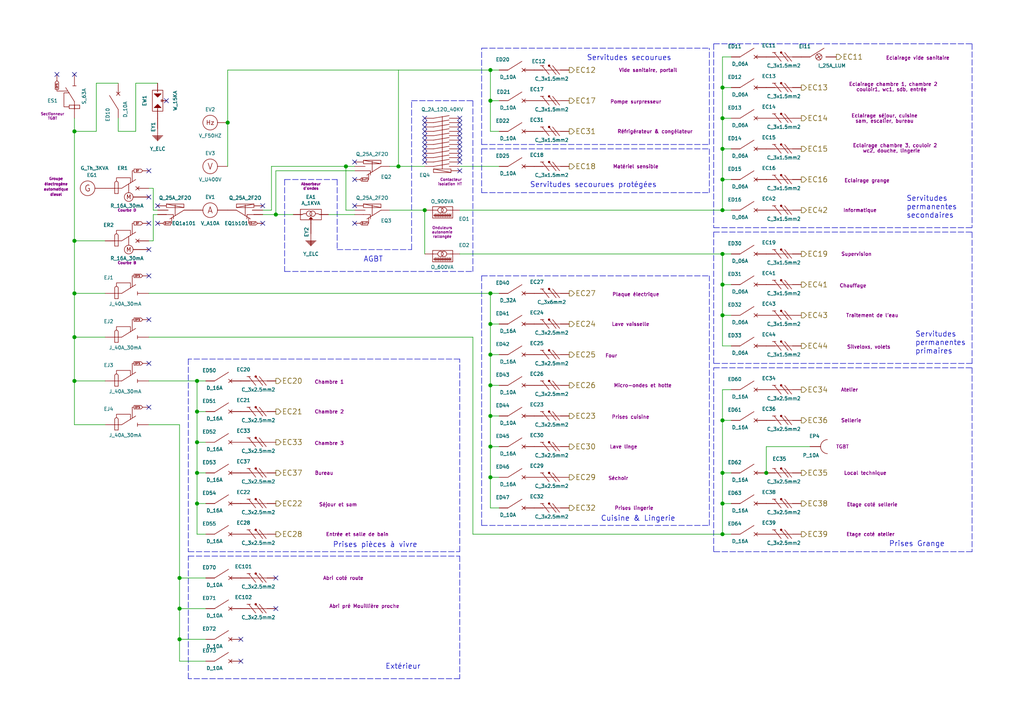
<source format=kicad_sch>
(kicad_sch (version 20201015) (generator eeschema)
  (page 1 1)
  (paper "A4")
  (title_block (title "Exemple librairie elec-unifil") (date "4 jan 2006") (rev "0.3") (comment 1 "Applications pour Electricite"))
  (lib_symbols
    (symbol "elec-unifil:A_1KVA" (pin_numbers hide) (pin_names (offset 0.254))
      (property "Reference" "EA" (at -2.286 5.08 0))
      (property "Value" "A_1KVA" (at 0 3.302 0))
      (symbol "A_1KVA_1_1"
        (pin input line (at 0 -2.54 90) (length 1.27) (name "~") (number "3"))
        (pin passive line (at 5.08 0 180) (length 2.54) (name "~") (number "1"))
        (pin passive line (at -5.08 0 0) (length 2.54) (name "~") (number "2"))
      )
    )
    (symbol "elec-unifil:C_3x1.5mm2" (pin_numbers hide) (pin_names (offset 0.254))
      (property "Reference" "EC" (at -4.318 3.302 0))
      (property "Value" "C_3x1.5mm2" (at 0 -2.54 0))
      (symbol "C_3x1.5mm2_1_1"
        (pin passive line (at -5.08 0 0) (length 2.54) (name "~") (number "2"))
        (pin passive line (at 5.08 0 180) (length 2.54) (name "~") (number "1"))
      )
    )
    (symbol "elec-unifil:C_3x1.5mm2_1" (pin_numbers hide) (pin_names (offset 0.254))
      (property "Reference" "EC" (at -4.318 3.302 0))
      (property "Value" "C_3x1.5mm2" (at 0 -2.54 0))
      (symbol "C_3x1.5mm2_1_1_1"
        (pin passive line (at -5.08 0 0) (length 2.54) (name "~") (number "2"))
        (pin passive line (at 5.08 0 180) (length 2.54) (name "~") (number "1"))
      )
    )
    (symbol "elec-unifil:C_3x1.5mm2_10" (pin_numbers hide) (pin_names (offset 0.254))
      (property "Reference" "EC" (at -4.318 3.302 0))
      (property "Value" "C_3x1.5mm2" (at 0 -2.54 0))
      (symbol "C_3x1.5mm2_10_1_1"
        (pin passive line (at -5.08 0 0) (length 2.54) (name "~") (number "2"))
        (pin passive line (at 5.08 0 180) (length 2.54) (name "~") (number "1"))
      )
    )
    (symbol "elec-unifil:C_3x1.5mm2_11" (pin_numbers hide) (pin_names (offset 0.254))
      (property "Reference" "EC" (at -4.318 3.302 0))
      (property "Value" "C_3x1.5mm2" (at 0 -2.54 0))
      (symbol "C_3x1.5mm2_11_1_1"
        (pin passive line (at -5.08 0 0) (length 2.54) (name "~") (number "2"))
        (pin passive line (at 5.08 0 180) (length 2.54) (name "~") (number "1"))
      )
    )
    (symbol "elec-unifil:C_3x1.5mm2_12" (pin_numbers hide) (pin_names (offset 0.254))
      (property "Reference" "EC" (at -4.318 3.302 0))
      (property "Value" "C_3x1.5mm2" (at 0 -2.54 0))
      (symbol "C_3x1.5mm2_12_1_1"
        (pin passive line (at -5.08 0 0) (length 2.54) (name "~") (number "2"))
        (pin passive line (at 5.08 0 180) (length 2.54) (name "~") (number "1"))
      )
    )
    (symbol "elec-unifil:C_3x1.5mm2_13" (pin_numbers hide) (pin_names (offset 0.254))
      (property "Reference" "EC" (at -4.318 3.302 0))
      (property "Value" "C_3x1.5mm2" (at 0 -2.54 0))
      (symbol "C_3x1.5mm2_13_1_1"
        (pin passive line (at -5.08 0 0) (length 2.54) (name "~") (number "2"))
        (pin passive line (at 5.08 0 180) (length 2.54) (name "~") (number "1"))
      )
    )
    (symbol "elec-unifil:C_3x1.5mm2_2" (pin_numbers hide) (pin_names (offset 0.254))
      (property "Reference" "EC" (at -4.318 3.302 0))
      (property "Value" "C_3x1.5mm2" (at 0 -2.54 0))
      (symbol "C_3x1.5mm2_2_1_1"
        (pin passive line (at -5.08 0 0) (length 2.54) (name "~") (number "2"))
        (pin passive line (at 5.08 0 180) (length 2.54) (name "~") (number "1"))
      )
    )
    (symbol "elec-unifil:C_3x1.5mm2_3" (pin_numbers hide) (pin_names (offset 0.254))
      (property "Reference" "EC" (at -4.318 3.302 0))
      (property "Value" "C_3x1.5mm2" (at 0 -2.54 0))
      (symbol "C_3x1.5mm2_3_1_1"
        (pin passive line (at -5.08 0 0) (length 2.54) (name "~") (number "2"))
        (pin passive line (at 5.08 0 180) (length 2.54) (name "~") (number "1"))
      )
    )
    (symbol "elec-unifil:C_3x1.5mm2_4" (pin_numbers hide) (pin_names (offset 0.254))
      (property "Reference" "EC" (at -4.318 3.302 0))
      (property "Value" "C_3x1.5mm2" (at 0 -2.54 0))
      (symbol "C_3x1.5mm2_4_1_1"
        (pin passive line (at -5.08 0 0) (length 2.54) (name "~") (number "2"))
        (pin passive line (at 5.08 0 180) (length 2.54) (name "~") (number "1"))
      )
    )
    (symbol "elec-unifil:C_3x1.5mm2_5" (pin_numbers hide) (pin_names (offset 0.254))
      (property "Reference" "EC" (at -4.318 3.302 0))
      (property "Value" "C_3x1.5mm2" (at 0 -2.54 0))
      (symbol "C_3x1.5mm2_5_1_1"
        (pin passive line (at -5.08 0 0) (length 2.54) (name "~") (number "2"))
        (pin passive line (at 5.08 0 180) (length 2.54) (name "~") (number "1"))
      )
    )
    (symbol "elec-unifil:C_3x1.5mm2_6" (pin_numbers hide) (pin_names (offset 0.254))
      (property "Reference" "EC" (at -4.318 3.302 0))
      (property "Value" "C_3x1.5mm2" (at 0 -2.54 0))
      (symbol "C_3x1.5mm2_6_1_1"
        (pin passive line (at -5.08 0 0) (length 2.54) (name "~") (number "2"))
        (pin passive line (at 5.08 0 180) (length 2.54) (name "~") (number "1"))
      )
    )
    (symbol "elec-unifil:C_3x1.5mm2_7" (pin_numbers hide) (pin_names (offset 0.254))
      (property "Reference" "EC" (at -4.318 3.302 0))
      (property "Value" "C_3x1.5mm2" (at 0 -2.54 0))
      (symbol "C_3x1.5mm2_7_1_1"
        (pin passive line (at -5.08 0 0) (length 2.54) (name "~") (number "2"))
        (pin passive line (at 5.08 0 180) (length 2.54) (name "~") (number "1"))
      )
    )
    (symbol "elec-unifil:C_3x1.5mm2_8" (pin_numbers hide) (pin_names (offset 0.254))
      (property "Reference" "EC" (at -4.318 3.302 0))
      (property "Value" "C_3x1.5mm2" (at 0 -2.54 0))
      (symbol "C_3x1.5mm2_8_1_1"
        (pin passive line (at -5.08 0 0) (length 2.54) (name "~") (number "2"))
        (pin passive line (at 5.08 0 180) (length 2.54) (name "~") (number "1"))
      )
    )
    (symbol "elec-unifil:C_3x1.5mm2_9" (pin_numbers hide) (pin_names (offset 0.254))
      (property "Reference" "EC" (at -4.318 3.302 0))
      (property "Value" "C_3x1.5mm2" (at 0 -2.54 0))
      (symbol "C_3x1.5mm2_9_1_1"
        (pin passive line (at -5.08 0 0) (length 2.54) (name "~") (number "2"))
        (pin passive line (at 5.08 0 180) (length 2.54) (name "~") (number "1"))
      )
    )
    (symbol "elec-unifil:C_3x2.5mm2" (pin_numbers hide) (pin_names (offset 0.254))
      (property "Reference" "EC" (at -4.318 3.302 0))
      (property "Value" "C_3x2.5mm2" (at 0 -2.54 0))
      (symbol "C_3x2.5mm2_1_1"
        (pin passive line (at -5.08 0 0) (length 2.54) (name "~") (number "2"))
        (pin passive line (at 5.08 0 180) (length 2.54) (name "~") (number "1"))
      )
    )
    (symbol "elec-unifil:C_3x2.5mm2_1" (pin_numbers hide) (pin_names (offset 0.254))
      (property "Reference" "EC" (at -4.318 3.302 0))
      (property "Value" "C_3x2.5mm2" (at 0 -2.54 0))
      (symbol "C_3x2.5mm2_1_1_1"
        (pin passive line (at -5.08 0 0) (length 2.54) (name "~") (number "2"))
        (pin passive line (at 5.08 0 180) (length 2.54) (name "~") (number "1"))
      )
    )
    (symbol "elec-unifil:C_3x2.5mm2_10" (pin_numbers hide) (pin_names (offset 0.254))
      (property "Reference" "EC" (at -4.318 3.302 0))
      (property "Value" "C_3x2.5mm2" (at 0 -2.54 0))
      (symbol "C_3x2.5mm2_10_1_1"
        (pin passive line (at -5.08 0 0) (length 2.54) (name "~") (number "2"))
        (pin passive line (at 5.08 0 180) (length 2.54) (name "~") (number "1"))
      )
    )
    (symbol "elec-unifil:C_3x2.5mm2_11" (pin_numbers hide) (pin_names (offset 0.254))
      (property "Reference" "EC" (at -4.318 3.302 0))
      (property "Value" "C_3x2.5mm2" (at 0 -2.54 0))
      (symbol "C_3x2.5mm2_11_1_1"
        (pin passive line (at -5.08 0 0) (length 2.54) (name "~") (number "2"))
        (pin passive line (at 5.08 0 180) (length 2.54) (name "~") (number "1"))
      )
    )
    (symbol "elec-unifil:C_3x2.5mm2_12" (pin_numbers hide) (pin_names (offset 0.254))
      (property "Reference" "EC" (at -4.318 3.302 0))
      (property "Value" "C_3x2.5mm2" (at 0 -2.54 0))
      (symbol "C_3x2.5mm2_12_1_1"
        (pin passive line (at -5.08 0 0) (length 2.54) (name "~") (number "2"))
        (pin passive line (at 5.08 0 180) (length 2.54) (name "~") (number "1"))
      )
    )
    (symbol "elec-unifil:C_3x2.5mm2_13" (pin_numbers hide) (pin_names (offset 0.254))
      (property "Reference" "EC" (at -4.318 3.302 0))
      (property "Value" "C_3x2.5mm2" (at 0 -2.54 0))
      (symbol "C_3x2.5mm2_13_1_1"
        (pin passive line (at -5.08 0 0) (length 2.54) (name "~") (number "2"))
        (pin passive line (at 5.08 0 180) (length 2.54) (name "~") (number "1"))
      )
    )
    (symbol "elec-unifil:C_3x2.5mm2_14" (pin_numbers hide) (pin_names (offset 0.254))
      (property "Reference" "EC" (at -4.318 3.302 0))
      (property "Value" "C_3x2.5mm2" (at 0 -2.54 0))
      (symbol "C_3x2.5mm2_14_1_1"
        (pin passive line (at -5.08 0 0) (length 2.54) (name "~") (number "2"))
        (pin passive line (at 5.08 0 180) (length 2.54) (name "~") (number "1"))
      )
    )
    (symbol "elec-unifil:C_3x2.5mm2_15" (pin_numbers hide) (pin_names (offset 0.254))
      (property "Reference" "EC" (at -4.318 3.302 0))
      (property "Value" "C_3x2.5mm2" (at 0 -2.54 0))
      (symbol "C_3x2.5mm2_15_1_1"
        (pin passive line (at -5.08 0 0) (length 2.54) (name "~") (number "2"))
        (pin passive line (at 5.08 0 180) (length 2.54) (name "~") (number "1"))
      )
    )
    (symbol "elec-unifil:C_3x2.5mm2_16" (pin_numbers hide) (pin_names (offset 0.254))
      (property "Reference" "EC" (at -4.318 3.302 0))
      (property "Value" "C_3x2.5mm2" (at 0 -2.54 0))
      (symbol "C_3x2.5mm2_16_1_1"
        (pin passive line (at -5.08 0 0) (length 2.54) (name "~") (number "2"))
        (pin passive line (at 5.08 0 180) (length 2.54) (name "~") (number "1"))
      )
    )
    (symbol "elec-unifil:C_3x2.5mm2_17" (pin_numbers hide) (pin_names (offset 0.254))
      (property "Reference" "EC" (at -4.318 3.302 0))
      (property "Value" "C_3x2.5mm2" (at 0 -2.54 0))
      (symbol "C_3x2.5mm2_17_1_1"
        (pin passive line (at -5.08 0 0) (length 2.54) (name "~") (number "2"))
        (pin passive line (at 5.08 0 180) (length 2.54) (name "~") (number "1"))
      )
    )
    (symbol "elec-unifil:C_3x2.5mm2_18" (pin_numbers hide) (pin_names (offset 0.254))
      (property "Reference" "EC" (at -4.318 3.302 0))
      (property "Value" "C_3x2.5mm2" (at 0 -2.54 0))
      (symbol "C_3x2.5mm2_18_1_1"
        (pin passive line (at -5.08 0 0) (length 2.54) (name "~") (number "2"))
        (pin passive line (at 5.08 0 180) (length 2.54) (name "~") (number "1"))
      )
    )
    (symbol "elec-unifil:C_3x2.5mm2_19" (pin_numbers hide) (pin_names (offset 0.254))
      (property "Reference" "EC" (at -4.318 3.302 0))
      (property "Value" "C_3x2.5mm2" (at 0 -2.54 0))
      (symbol "C_3x2.5mm2_19_1_1"
        (pin passive line (at -5.08 0 0) (length 2.54) (name "~") (number "2"))
        (pin passive line (at 5.08 0 180) (length 2.54) (name "~") (number "1"))
      )
    )
    (symbol "elec-unifil:C_3x2.5mm2_2" (pin_numbers hide) (pin_names (offset 0.254))
      (property "Reference" "EC" (at -4.318 3.302 0))
      (property "Value" "C_3x2.5mm2" (at 0 -2.54 0))
      (symbol "C_3x2.5mm2_2_1_1"
        (pin passive line (at -5.08 0 0) (length 2.54) (name "~") (number "2"))
        (pin passive line (at 5.08 0 180) (length 2.54) (name "~") (number "1"))
      )
    )
    (symbol "elec-unifil:C_3x2.5mm2_3" (pin_numbers hide) (pin_names (offset 0.254))
      (property "Reference" "EC" (at -4.318 3.302 0))
      (property "Value" "C_3x2.5mm2" (at 0 -2.54 0))
      (symbol "C_3x2.5mm2_3_1_1"
        (pin passive line (at -5.08 0 0) (length 2.54) (name "~") (number "2"))
        (pin passive line (at 5.08 0 180) (length 2.54) (name "~") (number "1"))
      )
    )
    (symbol "elec-unifil:C_3x2.5mm2_4" (pin_numbers hide) (pin_names (offset 0.254))
      (property "Reference" "EC" (at -4.318 3.302 0))
      (property "Value" "C_3x2.5mm2" (at 0 -2.54 0))
      (symbol "C_3x2.5mm2_4_1_1"
        (pin passive line (at -5.08 0 0) (length 2.54) (name "~") (number "2"))
        (pin passive line (at 5.08 0 180) (length 2.54) (name "~") (number "1"))
      )
    )
    (symbol "elec-unifil:C_3x2.5mm2_5" (pin_numbers hide) (pin_names (offset 0.254))
      (property "Reference" "EC" (at -4.318 3.302 0))
      (property "Value" "C_3x2.5mm2" (at 0 -2.54 0))
      (symbol "C_3x2.5mm2_5_1_1"
        (pin passive line (at -5.08 0 0) (length 2.54) (name "~") (number "2"))
        (pin passive line (at 5.08 0 180) (length 2.54) (name "~") (number "1"))
      )
    )
    (symbol "elec-unifil:C_3x2.5mm2_6" (pin_numbers hide) (pin_names (offset 0.254))
      (property "Reference" "EC" (at -4.318 3.302 0))
      (property "Value" "C_3x2.5mm2" (at 0 -2.54 0))
      (symbol "C_3x2.5mm2_6_1_1"
        (pin passive line (at -5.08 0 0) (length 2.54) (name "~") (number "2"))
        (pin passive line (at 5.08 0 180) (length 2.54) (name "~") (number "1"))
      )
    )
    (symbol "elec-unifil:C_3x2.5mm2_7" (pin_numbers hide) (pin_names (offset 0.254))
      (property "Reference" "EC" (at -4.318 3.302 0))
      (property "Value" "C_3x2.5mm2" (at 0 -2.54 0))
      (symbol "C_3x2.5mm2_7_1_1"
        (pin passive line (at -5.08 0 0) (length 2.54) (name "~") (number "2"))
        (pin passive line (at 5.08 0 180) (length 2.54) (name "~") (number "1"))
      )
    )
    (symbol "elec-unifil:C_3x2.5mm2_8" (pin_numbers hide) (pin_names (offset 0.254))
      (property "Reference" "EC" (at -4.318 3.302 0))
      (property "Value" "C_3x2.5mm2" (at 0 -2.54 0))
      (symbol "C_3x2.5mm2_8_1_1"
        (pin passive line (at -5.08 0 0) (length 2.54) (name "~") (number "2"))
        (pin passive line (at 5.08 0 180) (length 2.54) (name "~") (number "1"))
      )
    )
    (symbol "elec-unifil:C_3x2.5mm2_9" (pin_numbers hide) (pin_names (offset 0.254))
      (property "Reference" "EC" (at -4.318 3.302 0))
      (property "Value" "C_3x2.5mm2" (at 0 -2.54 0))
      (symbol "C_3x2.5mm2_9_1_1"
        (pin passive line (at -5.08 0 0) (length 2.54) (name "~") (number "2"))
        (pin passive line (at 5.08 0 180) (length 2.54) (name "~") (number "1"))
      )
    )
    (symbol "elec-unifil:C_3x6mm2" (pin_numbers hide) (pin_names (offset 0.254))
      (property "Reference" "EC" (at -4.318 3.302 0))
      (property "Value" "C_3x6mm2" (at 0 -2.54 0))
      (symbol "C_3x6mm2_1_1"
        (pin passive line (at -5.08 0 0) (length 2.54) (name "~") (number "2"))
        (pin passive line (at 5.08 0 180) (length 2.54) (name "~") (number "1"))
      )
    )
    (symbol "elec-unifil:D_06A" (pin_numbers hide) (pin_names (offset 0.254))
      (property "Reference" "ED" (at -4.064 3.048 0))
      (property "Value" "D_06A" (at -2.54 -2.032 0))
      (symbol "D_06A_1_1"
        (pin passive line (at -5.08 0 0) (length 2.54) (name "~") (number "2"))
        (pin passive line (at 5.08 0 180) (length 3.048) (name "~") (number "1"))
      )
    )
    (symbol "elec-unifil:D_06A_1" (pin_numbers hide) (pin_names (offset 0.254))
      (property "Reference" "ED" (at -4.064 3.048 0))
      (property "Value" "D_06A" (at -2.54 -2.032 0))
      (symbol "D_06A_1_1_1"
        (pin passive line (at -5.08 0 0) (length 2.54) (name "~") (number "2"))
        (pin passive line (at 5.08 0 180) (length 3.048) (name "~") (number "1"))
      )
    )
    (symbol "elec-unifil:D_06A_2" (pin_numbers hide) (pin_names (offset 0.254))
      (property "Reference" "ED" (at -4.064 3.048 0))
      (property "Value" "D_06A" (at -2.54 -2.032 0))
      (symbol "D_06A_2_1_1"
        (pin passive line (at -5.08 0 0) (length 2.54) (name "~") (number "2"))
        (pin passive line (at 5.08 0 180) (length 3.048) (name "~") (number "1"))
      )
    )
    (symbol "elec-unifil:D_06A_3" (pin_numbers hide) (pin_names (offset 0.254))
      (property "Reference" "ED" (at -4.064 3.048 0))
      (property "Value" "D_06A" (at -2.54 -2.032 0))
      (symbol "D_06A_3_1_1"
        (pin passive line (at -5.08 0 0) (length 2.54) (name "~") (number "2"))
        (pin passive line (at 5.08 0 180) (length 3.048) (name "~") (number "1"))
      )
    )
    (symbol "elec-unifil:D_06A_4" (pin_numbers hide) (pin_names (offset 0.254))
      (property "Reference" "ED" (at -4.064 3.048 0))
      (property "Value" "D_06A" (at -2.54 -2.032 0))
      (symbol "D_06A_4_1_1"
        (pin passive line (at -5.08 0 0) (length 2.54) (name "~") (number "2"))
        (pin passive line (at 5.08 0 180) (length 3.048) (name "~") (number "1"))
      )
    )
    (symbol "elec-unifil:D_06A_5" (pin_numbers hide) (pin_names (offset 0.254))
      (property "Reference" "ED" (at -4.064 3.048 0))
      (property "Value" "D_06A" (at -2.54 -2.032 0))
      (symbol "D_06A_5_1_1"
        (pin passive line (at -5.08 0 0) (length 2.54) (name "~") (number "2"))
        (pin passive line (at 5.08 0 180) (length 3.048) (name "~") (number "1"))
      )
    )
    (symbol "elec-unifil:D_06A_6" (pin_numbers hide) (pin_names (offset 0.254))
      (property "Reference" "ED" (at -4.064 3.048 0))
      (property "Value" "D_06A" (at -2.54 -2.032 0))
      (symbol "D_06A_6_1_1"
        (pin passive line (at -5.08 0 0) (length 2.54) (name "~") (number "2"))
        (pin passive line (at 5.08 0 180) (length 3.048) (name "~") (number "1"))
      )
    )
    (symbol "elec-unifil:D_06A_7" (pin_numbers hide) (pin_names (offset 0.254))
      (property "Reference" "ED" (at -4.064 3.048 0))
      (property "Value" "D_06A" (at -2.54 -2.032 0))
      (symbol "D_06A_7_1_1"
        (pin passive line (at -5.08 0 0) (length 2.54) (name "~") (number "2"))
        (pin passive line (at 5.08 0 180) (length 3.048) (name "~") (number "1"))
      )
    )
    (symbol "elec-unifil:D_06A_8" (pin_numbers hide) (pin_names (offset 0.254))
      (property "Reference" "ED" (at -4.064 3.048 0))
      (property "Value" "D_06A" (at -2.54 -2.032 0))
      (symbol "D_06A_8_1_1"
        (pin passive line (at -5.08 0 0) (length 2.54) (name "~") (number "2"))
        (pin passive line (at 5.08 0 180) (length 3.048) (name "~") (number "1"))
      )
    )
    (symbol "elec-unifil:D_06A_9" (pin_numbers hide) (pin_names (offset 0.254))
      (property "Reference" "ED" (at -4.064 3.048 0))
      (property "Value" "D_06A" (at -2.54 -2.032 0))
      (symbol "D_06A_9_1_1"
        (pin passive line (at -5.08 0 0) (length 2.54) (name "~") (number "2"))
        (pin passive line (at 5.08 0 180) (length 3.048) (name "~") (number "1"))
      )
    )
    (symbol "elec-unifil:D_10A" (pin_numbers hide) (pin_names (offset 0.254))
      (property "Reference" "ED" (at -4.064 3.048 0))
      (property "Value" "D_10A" (at -2.54 -2.032 0))
      (symbol "D_10A_1_1"
        (pin passive line (at -5.08 0 0) (length 2.54) (name "~") (number "2"))
        (pin passive line (at 5.08 0 180) (length 3.048) (name "~") (number "1"))
      )
    )
    (symbol "elec-unifil:D_10A_1" (pin_numbers hide) (pin_names (offset 0.254))
      (property "Reference" "ED" (at -4.064 3.048 0))
      (property "Value" "D_10A" (at -2.54 -2.032 0))
      (symbol "D_10A_1_1_1"
        (pin passive line (at -5.08 0 0) (length 2.54) (name "~") (number "2"))
        (pin passive line (at 5.08 0 180) (length 3.048) (name "~") (number "1"))
      )
    )
    (symbol "elec-unifil:D_10A_10" (pin_numbers hide) (pin_names (offset 0.254))
      (property "Reference" "ED" (at -4.064 3.048 0))
      (property "Value" "D_10A" (at -2.54 -2.032 0))
      (symbol "D_10A_10_1_1"
        (pin passive line (at -5.08 0 0) (length 2.54) (name "~") (number "2"))
        (pin passive line (at 5.08 0 180) (length 3.048) (name "~") (number "1"))
      )
    )
    (symbol "elec-unifil:D_10A_11" (pin_numbers hide) (pin_names (offset 0.254))
      (property "Reference" "ED" (at -4.064 3.048 0))
      (property "Value" "D_10A" (at -2.54 -2.032 0))
      (symbol "D_10A_11_1_1"
        (pin passive line (at -5.08 0 0) (length 2.54) (name "~") (number "2"))
        (pin passive line (at 5.08 0 180) (length 3.048) (name "~") (number "1"))
      )
    )
    (symbol "elec-unifil:D_10A_2" (pin_numbers hide) (pin_names (offset 0.254))
      (property "Reference" "ED" (at -4.064 3.048 0))
      (property "Value" "D_10A" (at -2.54 -2.032 0))
      (symbol "D_10A_2_1_1"
        (pin passive line (at -5.08 0 0) (length 2.54) (name "~") (number "2"))
        (pin passive line (at 5.08 0 180) (length 3.048) (name "~") (number "1"))
      )
    )
    (symbol "elec-unifil:D_10A_3" (pin_numbers hide) (pin_names (offset 0.254))
      (property "Reference" "ED" (at -4.064 3.048 0))
      (property "Value" "D_10A" (at -2.54 -2.032 0))
      (symbol "D_10A_3_1_1"
        (pin passive line (at -5.08 0 0) (length 2.54) (name "~") (number "2"))
        (pin passive line (at 5.08 0 180) (length 3.048) (name "~") (number "1"))
      )
    )
    (symbol "elec-unifil:D_10A_4" (pin_numbers hide) (pin_names (offset 0.254))
      (property "Reference" "ED" (at -4.064 3.048 0))
      (property "Value" "D_10A" (at -2.54 -2.032 0))
      (symbol "D_10A_4_1_1"
        (pin passive line (at -5.08 0 0) (length 2.54) (name "~") (number "2"))
        (pin passive line (at 5.08 0 180) (length 3.048) (name "~") (number "1"))
      )
    )
    (symbol "elec-unifil:D_10A_5" (pin_numbers hide) (pin_names (offset 0.254))
      (property "Reference" "ED" (at -4.064 3.048 0))
      (property "Value" "D_10A" (at -2.54 -2.032 0))
      (symbol "D_10A_5_1_1"
        (pin passive line (at -5.08 0 0) (length 2.54) (name "~") (number "2"))
        (pin passive line (at 5.08 0 180) (length 3.048) (name "~") (number "1"))
      )
    )
    (symbol "elec-unifil:D_10A_6" (pin_numbers hide) (pin_names (offset 0.254))
      (property "Reference" "ED" (at -4.064 3.048 0))
      (property "Value" "D_10A" (at -2.54 -2.032 0))
      (symbol "D_10A_6_1_1"
        (pin passive line (at -5.08 0 0) (length 2.54) (name "~") (number "2"))
        (pin passive line (at 5.08 0 180) (length 3.048) (name "~") (number "1"))
      )
    )
    (symbol "elec-unifil:D_10A_7" (pin_numbers hide) (pin_names (offset 0.254))
      (property "Reference" "ED" (at -4.064 3.048 0))
      (property "Value" "D_10A" (at -2.54 -2.032 0))
      (symbol "D_10A_7_1_1"
        (pin passive line (at -5.08 0 0) (length 2.54) (name "~") (number "2"))
        (pin passive line (at 5.08 0 180) (length 3.048) (name "~") (number "1"))
      )
    )
    (symbol "elec-unifil:D_10A_8" (pin_numbers hide) (pin_names (offset 0.254))
      (property "Reference" "ED" (at -4.064 3.048 0))
      (property "Value" "D_10A" (at -2.54 -2.032 0))
      (symbol "D_10A_8_1_1"
        (pin passive line (at -5.08 0 0) (length 2.54) (name "~") (number "2"))
        (pin passive line (at 5.08 0 180) (length 3.048) (name "~") (number "1"))
      )
    )
    (symbol "elec-unifil:D_10A_9" (pin_numbers hide) (pin_names (offset 0.254))
      (property "Reference" "ED" (at -4.064 3.048 0))
      (property "Value" "D_10A" (at -2.54 -2.032 0))
      (symbol "D_10A_9_1_1"
        (pin passive line (at -5.08 0 0) (length 2.54) (name "~") (number "2"))
        (pin passive line (at 5.08 0 180) (length 3.048) (name "~") (number "1"))
      )
    )
    (symbol "elec-unifil:D_16A" (pin_numbers hide) (pin_names (offset 0.254))
      (property "Reference" "ED" (at -4.064 3.048 0))
      (property "Value" "D_16A" (at -2.54 -2.032 0))
      (symbol "D_16A_1_1"
        (pin passive line (at -5.08 0 0) (length 2.54) (name "~") (number "2"))
        (pin passive line (at 5.08 0 180) (length 3.048) (name "~") (number "1"))
      )
    )
    (symbol "elec-unifil:D_16A_1" (pin_numbers hide) (pin_names (offset 0.254))
      (property "Reference" "ED" (at -4.064 3.048 0))
      (property "Value" "D_16A" (at -2.54 -2.032 0))
      (symbol "D_16A_1_1_1"
        (pin passive line (at -5.08 0 0) (length 2.54) (name "~") (number "2"))
        (pin passive line (at 5.08 0 180) (length 3.048) (name "~") (number "1"))
      )
    )
    (symbol "elec-unifil:D_16A_10" (pin_numbers hide) (pin_names (offset 0.254))
      (property "Reference" "ED" (at -4.064 3.048 0))
      (property "Value" "D_16A" (at -2.54 -2.032 0))
      (symbol "D_16A_10_1_1"
        (pin passive line (at -5.08 0 0) (length 2.54) (name "~") (number "2"))
        (pin passive line (at 5.08 0 180) (length 3.048) (name "~") (number "1"))
      )
    )
    (symbol "elec-unifil:D_16A_11" (pin_numbers hide) (pin_names (offset 0.254))
      (property "Reference" "ED" (at -4.064 3.048 0))
      (property "Value" "D_16A" (at -2.54 -2.032 0))
      (symbol "D_16A_11_1_1"
        (pin passive line (at -5.08 0 0) (length 2.54) (name "~") (number "2"))
        (pin passive line (at 5.08 0 180) (length 3.048) (name "~") (number "1"))
      )
    )
    (symbol "elec-unifil:D_16A_12" (pin_numbers hide) (pin_names (offset 0.254))
      (property "Reference" "ED" (at -4.064 3.048 0))
      (property "Value" "D_16A" (at -2.54 -2.032 0))
      (symbol "D_16A_12_1_1"
        (pin passive line (at -5.08 0 0) (length 2.54) (name "~") (number "2"))
        (pin passive line (at 5.08 0 180) (length 3.048) (name "~") (number "1"))
      )
    )
    (symbol "elec-unifil:D_16A_13" (pin_numbers hide) (pin_names (offset 0.254))
      (property "Reference" "ED" (at -4.064 3.048 0))
      (property "Value" "D_16A" (at -2.54 -2.032 0))
      (symbol "D_16A_13_1_1"
        (pin passive line (at -5.08 0 0) (length 2.54) (name "~") (number "2"))
        (pin passive line (at 5.08 0 180) (length 3.048) (name "~") (number "1"))
      )
    )
    (symbol "elec-unifil:D_16A_14" (pin_numbers hide) (pin_names (offset 0.254))
      (property "Reference" "ED" (at -4.064 3.048 0))
      (property "Value" "D_16A" (at -2.54 -2.032 0))
      (symbol "D_16A_14_1_1"
        (pin passive line (at -5.08 0 0) (length 2.54) (name "~") (number "2"))
        (pin passive line (at 5.08 0 180) (length 3.048) (name "~") (number "1"))
      )
    )
    (symbol "elec-unifil:D_16A_2" (pin_numbers hide) (pin_names (offset 0.254))
      (property "Reference" "ED" (at -4.064 3.048 0))
      (property "Value" "D_16A" (at -2.54 -2.032 0))
      (symbol "D_16A_2_1_1"
        (pin passive line (at -5.08 0 0) (length 2.54) (name "~") (number "2"))
        (pin passive line (at 5.08 0 180) (length 3.048) (name "~") (number "1"))
      )
    )
    (symbol "elec-unifil:D_16A_3" (pin_numbers hide) (pin_names (offset 0.254))
      (property "Reference" "ED" (at -4.064 3.048 0))
      (property "Value" "D_16A" (at -2.54 -2.032 0))
      (symbol "D_16A_3_1_1"
        (pin passive line (at -5.08 0 0) (length 2.54) (name "~") (number "2"))
        (pin passive line (at 5.08 0 180) (length 3.048) (name "~") (number "1"))
      )
    )
    (symbol "elec-unifil:D_16A_4" (pin_numbers hide) (pin_names (offset 0.254))
      (property "Reference" "ED" (at -4.064 3.048 0))
      (property "Value" "D_16A" (at -2.54 -2.032 0))
      (symbol "D_16A_4_1_1"
        (pin passive line (at -5.08 0 0) (length 2.54) (name "~") (number "2"))
        (pin passive line (at 5.08 0 180) (length 3.048) (name "~") (number "1"))
      )
    )
    (symbol "elec-unifil:D_16A_5" (pin_numbers hide) (pin_names (offset 0.254))
      (property "Reference" "ED" (at -4.064 3.048 0))
      (property "Value" "D_16A" (at -2.54 -2.032 0))
      (symbol "D_16A_5_1_1"
        (pin passive line (at -5.08 0 0) (length 2.54) (name "~") (number "2"))
        (pin passive line (at 5.08 0 180) (length 3.048) (name "~") (number "1"))
      )
    )
    (symbol "elec-unifil:D_16A_6" (pin_numbers hide) (pin_names (offset 0.254))
      (property "Reference" "ED" (at -4.064 3.048 0))
      (property "Value" "D_16A" (at -2.54 -2.032 0))
      (symbol "D_16A_6_1_1"
        (pin passive line (at -5.08 0 0) (length 2.54) (name "~") (number "2"))
        (pin passive line (at 5.08 0 180) (length 3.048) (name "~") (number "1"))
      )
    )
    (symbol "elec-unifil:D_16A_7" (pin_numbers hide) (pin_names (offset 0.254))
      (property "Reference" "ED" (at -4.064 3.048 0))
      (property "Value" "D_16A" (at -2.54 -2.032 0))
      (symbol "D_16A_7_1_1"
        (pin passive line (at -5.08 0 0) (length 2.54) (name "~") (number "2"))
        (pin passive line (at 5.08 0 180) (length 3.048) (name "~") (number "1"))
      )
    )
    (symbol "elec-unifil:D_16A_8" (pin_numbers hide) (pin_names (offset 0.254))
      (property "Reference" "ED" (at -4.064 3.048 0))
      (property "Value" "D_16A" (at -2.54 -2.032 0))
      (symbol "D_16A_8_1_1"
        (pin passive line (at -5.08 0 0) (length 2.54) (name "~") (number "2"))
        (pin passive line (at 5.08 0 180) (length 3.048) (name "~") (number "1"))
      )
    )
    (symbol "elec-unifil:D_16A_9" (pin_numbers hide) (pin_names (offset 0.254))
      (property "Reference" "ED" (at -4.064 3.048 0))
      (property "Value" "D_16A" (at -2.54 -2.032 0))
      (symbol "D_16A_9_1_1"
        (pin passive line (at -5.08 0 0) (length 2.54) (name "~") (number "2"))
        (pin passive line (at 5.08 0 180) (length 3.048) (name "~") (number "1"))
      )
    )
    (symbol "elec-unifil:D_32A" (pin_numbers hide) (pin_names (offset 0.254))
      (property "Reference" "ED" (at -4.064 3.048 0))
      (property "Value" "D_32A" (at -2.54 -2.032 0))
      (symbol "D_32A_1_1"
        (pin passive line (at -5.08 0 0) (length 2.54) (name "~") (number "2"))
        (pin passive line (at 5.08 0 180) (length 3.048) (name "~") (number "1"))
      )
    )
    (symbol "elec-unifil:G_Th_3KVA" (pin_numbers hide) (pin_names (offset 0.254))
      (property "Reference" "EG" (at -4.064 3.048 0))
      (property "Value" "G_Th_3KVA" (at 0 -3.048 0))
      (symbol "G_Th_3KVA_0_0"
        (text "G" (at 0 0 0) (effects (font (size 1.778 1.778))))
      )
      (symbol "G_Th_3KVA_1_1"
        (pin power_out line (at 5.08 0 180) (length 2.9972) (name "~") (number "1"))
      )
    )
    (symbol "elec-unifil:I_25A_LUM" (pin_numbers hide) (pin_names (offset 0.254))
      (property "Reference" "EI" (at -4.064 3.048 0))
      (property "Value" "I_25A_LUM" (at 0 -2.54 0))
      (symbol "I_25A_LUM_1_1"
        (pin passive line (at -5.08 0 0) (length 2.54) (name "~") (number "2"))
        (pin passive line (at 5.08 0 180) (length 3.048) (name "~") (number "1"))
      )
    )
    (symbol "elec-unifil:J_40A_30mA" (pin_numbers hide) (pin_names (offset 0.254))
      (property "Reference" "EJ" (at -5.334 4.572 0))
      (property "Value" "J_40A_30mA" (at -0.508 -3.048 0))
      (symbol "J_40A_30mA_0_0"
        (text "OFS" (at 3.048 5.08 0) (effects (font (size 0.508 0.508))))
      )
      (symbol "J_40A_30mA_1_1"
        (pin passive line (at 6.35 0 180) (length 3.302) (name "~") (number "1"))
        (pin passive line (at -6.35 0 0) (length 2.794) (name "~") (number "2"))
        (pin passive line (at 6.35 5.08 180) (length 1.778) (name "~") (number "3"))
      )
    )
    (symbol "elec-unifil:J_40A_30mA_1" (pin_numbers hide) (pin_names (offset 0.254))
      (property "Reference" "EJ" (at -5.334 4.572 0))
      (property "Value" "J_40A_30mA" (at -0.508 -3.048 0))
      (symbol "J_40A_30mA_1_0_0"
        (text "OFS" (at 3.048 5.08 0) (effects (font (size 0.508 0.508))))
      )
      (symbol "J_40A_30mA_1_1_1"
        (pin passive line (at 6.35 0 180) (length 3.302) (name "~") (number "1"))
        (pin passive line (at -6.35 0 0) (length 2.794) (name "~") (number "2"))
        (pin passive line (at 6.35 5.08 180) (length 1.778) (name "~") (number "3"))
      )
    )
    (symbol "elec-unifil:J_40A_30mA_2" (pin_numbers hide) (pin_names (offset 0.254))
      (property "Reference" "EJ" (at -5.334 4.572 0))
      (property "Value" "J_40A_30mA" (at -0.508 -3.048 0))
      (symbol "J_40A_30mA_2_0_0"
        (text "OFS" (at 3.048 5.08 0) (effects (font (size 0.508 0.508))))
      )
      (symbol "J_40A_30mA_2_1_1"
        (pin passive line (at 6.35 0 180) (length 3.302) (name "~") (number "1"))
        (pin passive line (at -6.35 0 0) (length 2.794) (name "~") (number "2"))
        (pin passive line (at 6.35 5.08 180) (length 1.778) (name "~") (number "3"))
      )
    )
    (symbol "elec-unifil:J_40A_30mA_3" (pin_numbers hide) (pin_names (offset 0.254))
      (property "Reference" "EJ" (at -5.334 4.572 0))
      (property "Value" "J_40A_30mA" (at -0.508 -3.048 0))
      (symbol "J_40A_30mA_3_0_0"
        (text "OFS" (at 3.048 5.08 0) (effects (font (size 0.508 0.508))))
      )
      (symbol "J_40A_30mA_3_1_1"
        (pin passive line (at 6.35 0 180) (length 3.302) (name "~") (number "1"))
        (pin passive line (at -6.35 0 0) (length 2.794) (name "~") (number "2"))
        (pin passive line (at 6.35 5.08 180) (length 1.778) (name "~") (number "3"))
      )
    )
    (symbol "elec-unifil:O_600VA" (pin_numbers hide) (pin_names (offset 0.254))
      (property "Reference" "EO" (at -1.778 3.048 0))
      (property "Value" "O_600VA" (at -1.016 -3.81 0))
      (symbol "O_600VA_1_1"
        (pin passive line (at -5.08 0 0) (length 2.54) (name "~") (number "2"))
        (pin passive line (at 5.08 0 180) (length 2.54) (name "~") (number "1"))
      )
    )
    (symbol "elec-unifil:O_900VA" (pin_numbers hide) (pin_names (offset 0.254))
      (property "Reference" "EO" (at -1.778 3.048 0))
      (property "Value" "O_900VA" (at -1.016 -3.81 0))
      (symbol "O_900VA_1_1"
        (pin passive line (at -5.08 0 0) (length 2.54) (name "~") (number "2"))
        (pin passive line (at 5.08 0 180) (length 2.54) (name "~") (number "1"))
      )
    )
    (symbol "elec-unifil:P_10A" (pin_numbers hide) (pin_names (offset 0.254))
      (property "Reference" "EP" (at -4.064 3.048 0))
      (property "Value" "P_10A" (at -2.032 -3.556 0))
      (symbol "P_10A_1_1"
        (pin passive line (at 5.08 0 180) (length 3.048) (name "~") (number "1"))
      )
    )
    (symbol "elec-unifil:Q_25A_2F2O" (pin_numbers hide) (pin_names (offset 0.254))
      (property "Reference" "EQ" (at -4.064 3.048 0))
      (property "Value" "Q_25A_2F2O" (at 0 -3.556 0))
      (symbol "Q_25A_2F2O_0_0"
        (text "O+F" (at 2.286 3.81 0) (effects (font (size 0.508 0.508))))
      )
      (symbol "Q_25A_2F2O_1_1"
        (pin passive line (at -5.08 0 0) (length 2.54) (name "~") (number "1"))
        (pin passive line (at 5.08 1.27 180) (length 2.54) (name "~") (number "2"))
        (pin passive line (at 5.08 0 180) (length 3.048) (name "~") (number "3"))
        (pin input line (at 5.08 -1.27 180) (length 2.54) (name "~") (number "4"))
        (pin passive line (at 5.08 3.81 180) (length 1.524) (name "~") (number "5"))
      )
    )
    (symbol "elec-unifil:Q_25A_2F2O_1" (pin_numbers hide) (pin_names (offset 0.254))
      (property "Reference" "EQ" (at -4.064 3.048 0))
      (property "Value" "Q_25A_2F2O" (at 0 -3.556 0))
      (symbol "Q_25A_2F2O_1_0_0"
        (text "O+F" (at 2.286 3.81 0) (effects (font (size 0.508 0.508))))
      )
      (symbol "Q_25A_2F2O_1_1_1"
        (pin passive line (at -5.08 0 0) (length 2.54) (name "~") (number "1"))
        (pin passive line (at 5.08 1.27 180) (length 2.54) (name "~") (number "2"))
        (pin passive line (at 5.08 0 180) (length 3.048) (name "~") (number "3"))
        (pin input line (at 5.08 -1.27 180) (length 2.54) (name "~") (number "4"))
        (pin passive line (at 5.08 3.81 180) (length 1.524) (name "~") (number "5"))
      )
    )
    (symbol "elec-unifil:Q_25A_2F2O_2" (pin_numbers hide) (pin_names (offset 0.254))
      (property "Reference" "EQ" (at -4.064 3.048 0))
      (property "Value" "Q_25A_2F2O" (at 0 -3.556 0))
      (symbol "Q_25A_2F2O_2_0_0"
        (text "O+F" (at 2.286 3.81 0) (effects (font (size 0.508 0.508))))
      )
      (symbol "Q_25A_2F2O_2_1_1"
        (pin passive line (at -5.08 0 0) (length 2.54) (name "~") (number "1"))
        (pin passive line (at 5.08 1.27 180) (length 2.54) (name "~") (number "2"))
        (pin passive line (at 5.08 0 180) (length 3.048) (name "~") (number "3"))
        (pin input line (at 5.08 -1.27 180) (length 2.54) (name "~") (number "4"))
        (pin passive line (at 5.08 3.81 180) (length 1.524) (name "~") (number "5"))
      )
    )
    (symbol "elec-unifil:Q_25A_2F2O_3" (pin_numbers hide) (pin_names (offset 0.254))
      (property "Reference" "EQ" (at -4.064 3.048 0))
      (property "Value" "Q_25A_2F2O" (at 0 -3.556 0))
      (symbol "Q_25A_2F2O_3_0_0"
        (text "O+F" (at 2.286 3.81 0) (effects (font (size 0.508 0.508))))
      )
      (symbol "Q_25A_2F2O_3_1_1"
        (pin passive line (at -5.08 0 0) (length 2.54) (name "~") (number "1"))
        (pin passive line (at 5.08 1.27 180) (length 2.54) (name "~") (number "2"))
        (pin passive line (at 5.08 0 180) (length 3.048) (name "~") (number "3"))
        (pin input line (at 5.08 -1.27 180) (length 2.54) (name "~") (number "4"))
        (pin passive line (at 5.08 3.81 180) (length 1.524) (name "~") (number "5"))
      )
    )
    (symbol "elec-unifil:Q_2A_12O_40KV" (pin_numbers hide) (pin_names (offset 0.254))
      (property "Reference" "EQ" (at -4.064 3.048 0))
      (property "Value" "Q_2A_12O_40KV" (at 0 -18.542 0))
      (symbol "Q_2A_12O_40KV_1_1"
        (pin unspecified line (at 5.08 -12.7 180) (length 3.048) (name "~") (number "22"))
        (pin unspecified line (at 5.08 -10.16 180) (length 3.048) (name "~") (number "18"))
        (pin unspecified line (at -5.08 -3.81 0) (length 2.54) (name "~") (number "7"))
        (pin passive line (at -5.08 -13.97 0) (length 2.54) (name "~") (number "23"))
        (pin unspecified line (at 5.08 -7.62 180) (length 3.048) (name "~") (number "14"))
        (pin unspecified line (at -5.08 -11.43 0) (length 2.54) (name "~") (number "19"))
        (pin unspecified line (at 5.08 -5.08 180) (length 3.048) (name "~") (number "10"))
        (pin unspecified line (at -5.08 -6.35 0) (length 2.54) (name "~") (number "11"))
        (pin unspecified line (at 5.08 -2.54 180) (length 3.048) (name "~") (number "6"))
        (pin unspecified line (at -5.08 -8.89 0) (length 2.54) (name "~") (number "15"))
        (pin passive line (at 5.08 -13.97 180) (length 3.048) (name "~") (number "24"))
        (pin unspecified line (at 5.08 -11.43 180) (length 3.048) (name "~") (number "20"))
        (pin unspecified line (at 5.08 -8.89 180) (length 3.048) (name "~") (number "16"))
        (pin unspecified line (at 5.08 -6.35 180) (length 3.048) (name "~") (number "12"))
        (pin unspecified line (at 5.08 -3.81 180) (length 3.048) (name "~") (number "8"))
        (pin passive line (at 5.08 -1.27 180) (length 3.048) (name "~") (number "4"))
        (pin unspecified line (at -5.08 -12.7 0) (length 2.54) (name "~") (number "21"))
        (pin unspecified line (at -5.08 -10.16 0) (length 2.54) (name "~") (number "17"))
        (pin unspecified line (at -5.08 -7.62 0) (length 2.54) (name "~") (number "13"))
        (pin unspecified line (at -5.08 -5.08 0) (length 2.54) (name "~") (number "9"))
        (pin unspecified line (at -5.08 -2.54 0) (length 2.54) (name "~") (number "5"))
        (pin unspecified line (at -5.08 -1.27 0) (length 2.54) (name "~") (number "3"))
        (pin unspecified line (at 5.08 0 180) (length 3.048) (name "~") (number "2"))
        (pin input line (at 5.08 -15.24 180) (length 2.54) (name "~") (number "25"))
        (pin passive line (at -5.08 0 0) (length 2.54) (name "~") (number "1"))
      )
    )
    (symbol "elec-unifil:R_16A_30mA" (pin_numbers hide) (pin_names (offset 0.254))
      (property "Reference" "ER" (at -5.334 4.572 0))
      (property "Value" "R_16A_30mA" (at 0 -5.08 0))
      (symbol "R_16A_30mA_0_0"
        (text "M" (at 0.508 -2.54 0) (effects (font (size 1.27 1.27))))
        (text "OF" (at 3.048 5.08 0) (effects (font (size 0.508 0.508))))
      )
      (symbol "R_16A_30mA_1_1"
        (pin passive line (at 6.35 5.08 180) (length 1.778) (name "~") (number "3"))
        (pin passive line (at 6.35 0 180) (length 3.302) (name "~") (number "1"))
        (pin passive line (at -6.35 0 0) (length 2.794) (name "~") (number "2"))
        (pin passive line (at 6.35 -2.54 180) (length 4.572) (name "~") (number "4"))
      )
    )
    (symbol "elec-unifil:R_16A_30mA_1" (pin_numbers hide) (pin_names (offset 0.254))
      (property "Reference" "ER" (at -5.334 4.572 0))
      (property "Value" "R_16A_30mA" (at 0 -5.08 0))
      (symbol "R_16A_30mA_1_0_0"
        (text "M" (at 0.508 -2.54 0) (effects (font (size 1.27 1.27))))
        (text "OF" (at 3.048 5.08 0) (effects (font (size 0.508 0.508))))
      )
      (symbol "R_16A_30mA_1_1_1"
        (pin passive line (at 6.35 5.08 180) (length 1.778) (name "~") (number "3"))
        (pin passive line (at 6.35 0 180) (length 3.302) (name "~") (number "1"))
        (pin passive line (at -6.35 0 0) (length 2.794) (name "~") (number "2"))
        (pin passive line (at 6.35 -2.54 180) (length 4.572) (name "~") (number "4"))
      )
    )
    (symbol "elec-unifil:S_63A" (pin_numbers hide) (pin_names (offset 0.254))
      (property "Reference" "ES" (at -5.334 4.572 0))
      (property "Value" "S_63A" (at 0 -2.794 0))
      (symbol "S_63A_0_0"
        (text "OFS" (at 3.048 5.08 0) (effects (font (size 0.508 0.508))))
      )
      (symbol "S_63A_1_1"
        (pin power_in line (at 6.35 0 180) (length 3.302) (name "~") (number "1"))
        (pin power_out line (at -6.35 0 0) (length 2.54) (name "~") (number "2"))
        (pin output line (at 6.35 5.08 180) (length 1.778) (name "~") (number "3"))
      )
    )
    (symbol "elec-unifil:V_A10A" (pin_numbers hide) (pin_names (offset 0.254))
      (property "Reference" "EV" (at -4.064 3.048 0))
      (property "Value" "V_A10A" (at -1.524 -3.556 0))
      (symbol "V_A10A_0_0"
        (text "A" (at 0 0 0) (effects (font (size 1.778 1.778))))
      )
      (symbol "V_A10A_1_1"
        (pin passive line (at 5.08 0 180) (length 2.9972) (name "~") (number "2"))
        (pin passive line (at -5.08 0 0) (length 2.54) (name "~") (number "1"))
      )
    )
    (symbol "elec-unifil:V_F50Hz" (pin_numbers hide) (pin_names (offset 0.254))
      (property "Reference" "EV" (at -4.064 3.048 0))
      (property "Value" "V_F50Hz" (at -1.016 -3.556 0))
      (symbol "V_F50Hz_0_0"
        (text "Hz" (at 0 0 0) (effects (font (size 1.27 1.27))))
      )
      (symbol "V_F50Hz_1_1"
        (pin passive line (at 5.08 0 180) (length 2.9972) (name "~") (number "1"))
      )
    )
    (symbol "elec-unifil:V_U400V" (pin_numbers hide) (pin_names (offset 0.254))
      (property "Reference" "EV" (at -4.064 3.048 0))
      (property "Value" "V_U400V" (at -1.524 -3.556 0))
      (symbol "V_U400V_0_0"
        (text "V" (at 0 0 0) (effects (font (size 1.778 1.778))))
      )
      (symbol "V_U400V_1_1"
        (pin passive line (at 5.08 0 180) (length 2.9972) (name "~") (number "1"))
      )
    )
    (symbol "elec-unifil:W_15KA" (pin_numbers hide) (pin_names (offset 0.254))
      (property "Reference" "EW" (at -4.064 3.048 0))
      (property "Value" "W_15KA" (at -1.27 -5.334 0))
      (symbol "W_15KA_1_1"
        (pin passive line (at 5.08 0 180) (length 2.54) (name "~") (number "1"))
        (pin passive line (at -5.08 0 0) (length 2.54) (name "~") (number "2"))
        (pin output line (at 0 -2.54 90) (length 1.27) (name "~") (number "3"))
      )
    )
    (symbol "elec-unifil:Y_ELC" (pin_numbers hide) (pin_names (offset 0.254))
      (property "Reference" "EY" (at -0.254 3.048 0))
      (property "Value" "Y_ELC" (at 1.524 -3.048 0))
      (symbol "Y_ELC_1_1"
        (pin passive line (at 5.08 0 180) (length 2.9972) (name "~") (number "1"))
      )
    )
    (symbol "elec-unifil:Y_ELC_1" (pin_numbers hide) (pin_names (offset 0.254))
      (property "Reference" "EY" (at -0.254 3.048 0))
      (property "Value" "Y_ELC" (at 1.524 -3.048 0))
      (symbol "Y_ELC_1_1_1"
        (pin passive line (at 5.08 0 180) (length 2.9972) (name "~") (number "1"))
      )
    )
  )
  (junction (at 21.59 38.1) (diameter 1.016))
  (junction (at 21.59 69.85) (diameter 1.016))
  (junction (at 21.59 85.09) (diameter 1.016))
  (junction (at 21.59 97.79) (diameter 1.016))
  (junction (at 21.59 110.49) (diameter 1.016))
  (junction (at 52.07 167.64) (diameter 1.016))
  (junction (at 52.07 176.53) (diameter 1.016))
  (junction (at 52.07 185.42) (diameter 1.016))
  (junction (at 57.15 110.49) (diameter 1.016))
  (junction (at 57.15 119.38) (diameter 1.016))
  (junction (at 57.15 128.27) (diameter 1.016))
  (junction (at 57.15 137.16) (diameter 1.016))
  (junction (at 57.15 146.05) (diameter 1.016))
  (junction (at 66.04 35.56) (diameter 1.016))
  (junction (at 80.01 62.23) (diameter 1.016))
  (junction (at 100.33 48.26) (diameter 1.016))
  (junction (at 115.57 48.26) (diameter 1.016))
  (junction (at 123.19 60.96) (diameter 1.016))
  (junction (at 142.24 20.32) (diameter 1.016))
  (junction (at 142.24 29.21) (diameter 1.016))
  (junction (at 142.24 85.09) (diameter 1.016))
  (junction (at 142.24 93.98) (diameter 1.016))
  (junction (at 142.24 102.87) (diameter 1.016))
  (junction (at 142.24 111.76) (diameter 1.016))
  (junction (at 142.24 120.65) (diameter 1.016))
  (junction (at 142.24 129.54) (diameter 1.016))
  (junction (at 142.24 138.43) (diameter 1.016))
  (junction (at 209.55 25.4) (diameter 1.016))
  (junction (at 209.55 34.29) (diameter 1.016))
  (junction (at 209.55 43.18) (diameter 1.016))
  (junction (at 209.55 52.07) (diameter 1.016))
  (junction (at 209.55 60.96) (diameter 1.016))
  (junction (at 209.55 73.66) (diameter 1.016))
  (junction (at 209.55 82.55) (diameter 1.016))
  (junction (at 209.55 91.44) (diameter 1.016))
  (junction (at 209.55 121.92) (diameter 1.016))
  (junction (at 209.55 137.16) (diameter 1.016))
  (junction (at 209.55 146.05) (diameter 1.016))
  (junction (at 209.55 154.94) (diameter 1.016))
  (junction (at 222.25 137.16) (diameter 1.016))
  (no_connect (at 133.35 41.91))
  (no_connect (at 123.19 36.83))
  (no_connect (at 133.35 39.37))
  (no_connect (at 133.35 45.72))
  (no_connect (at 16.51 21.59))
  (no_connect (at 21.59 21.59))
  (no_connect (at 43.18 57.15))
  (no_connect (at 43.18 64.77))
  (no_connect (at 43.18 72.39))
  (no_connect (at 43.18 80.01))
  (no_connect (at 45.72 59.69))
  (no_connect (at 45.72 64.77))
  (no_connect (at 48.26 29.21))
  (no_connect (at 102.87 46.99))
  (no_connect (at 102.87 52.07))
  (no_connect (at 102.87 59.69))
  (no_connect (at 102.87 64.77))
  (no_connect (at 123.19 34.29))
  (no_connect (at 133.35 35.56))
  (no_connect (at 133.35 44.45))
  (no_connect (at 123.19 41.91))
  (no_connect (at 133.35 46.99))
  (no_connect (at 123.19 46.99))
  (no_connect (at 123.19 44.45))
  (no_connect (at 133.35 40.64))
  (no_connect (at 123.19 35.56))
  (no_connect (at 123.19 38.1))
  (no_connect (at 123.19 40.64))
  (no_connect (at 123.19 43.18))
  (no_connect (at 133.35 34.29))
  (no_connect (at 133.35 36.83))
  (no_connect (at 133.35 38.1))
  (no_connect (at 76.2 59.69))
  (no_connect (at 76.2 64.77))
  (no_connect (at 123.19 45.72))
  (no_connect (at 133.35 49.53))
  (no_connect (at 43.18 49.53))
  (no_connect (at 43.18 92.71))
  (no_connect (at 43.18 105.41))
  (no_connect (at 43.18 118.11))
  (no_connect (at 69.85 185.42))
  (no_connect (at 69.85 191.77))
  (no_connect (at 80.01 167.64))
  (no_connect (at 80.01 176.53))
  (no_connect (at 123.19 39.37))
  (no_connect (at 133.35 43.18))
  (wire (pts (xy 21.59 34.29) (xy 21.59 38.1)))
  (wire (pts (xy 21.59 38.1) (xy 21.59 69.85)))
  (wire (pts (xy 21.59 38.1) (xy 27.94 38.1)))
  (wire (pts (xy 21.59 69.85) (xy 21.59 85.09)))
  (wire (pts (xy 21.59 69.85) (xy 30.48 69.85)))
  (wire (pts (xy 21.59 85.09) (xy 21.59 97.79)))
  (wire (pts (xy 21.59 85.09) (xy 30.48 85.09)))
  (wire (pts (xy 21.59 97.79) (xy 21.59 110.49)))
  (wire (pts (xy 21.59 97.79) (xy 30.48 97.79)))
  (wire (pts (xy 21.59 110.49) (xy 21.59 123.19)))
  (wire (pts (xy 21.59 110.49) (xy 30.48 110.49)))
  (wire (pts (xy 21.59 123.19) (xy 30.48 123.19)))
  (wire (pts (xy 27.94 24.13) (xy 34.29 24.13)))
  (wire (pts (xy 27.94 38.1) (xy 27.94 24.13)))
  (wire (pts (xy 34.29 34.29) (xy 34.29 38.1)))
  (wire (pts (xy 34.29 38.1) (xy 39.37 38.1)))
  (wire (pts (xy 39.37 24.13) (xy 45.72 24.13)))
  (wire (pts (xy 39.37 38.1) (xy 39.37 24.13)))
  (wire (pts (xy 43.18 54.61) (xy 44.45 54.61)))
  (wire (pts (xy 43.18 69.85) (xy 44.45 69.85)))
  (wire (pts (xy 43.18 85.09) (xy 142.24 85.09)))
  (wire (pts (xy 43.18 97.79) (xy 137.16 97.79)))
  (wire (pts (xy 43.18 110.49) (xy 57.15 110.49)))
  (wire (pts (xy 43.18 123.19) (xy 52.07 123.19)))
  (wire (pts (xy 44.45 54.61) (xy 44.45 60.96)))
  (wire (pts (xy 44.45 60.96) (xy 45.72 60.96)))
  (wire (pts (xy 44.45 62.23) (xy 45.72 62.23)))
  (wire (pts (xy 44.45 69.85) (xy 44.45 62.23)))
  (wire (pts (xy 52.07 123.19) (xy 52.07 167.64)))
  (wire (pts (xy 52.07 167.64) (xy 52.07 176.53)))
  (wire (pts (xy 52.07 176.53) (xy 52.07 185.42)))
  (wire (pts (xy 52.07 185.42) (xy 52.07 191.77)))
  (wire (pts (xy 52.07 191.77) (xy 59.69 191.77)))
  (wire (pts (xy 57.15 110.49) (xy 57.15 119.38)))
  (wire (pts (xy 57.15 110.49) (xy 59.69 110.49)))
  (wire (pts (xy 57.15 119.38) (xy 57.15 128.27)))
  (wire (pts (xy 57.15 128.27) (xy 57.15 137.16)))
  (wire (pts (xy 57.15 128.27) (xy 59.69 128.27)))
  (wire (pts (xy 57.15 137.16) (xy 57.15 146.05)))
  (wire (pts (xy 57.15 137.16) (xy 59.69 137.16)))
  (wire (pts (xy 57.15 146.05) (xy 57.15 154.94)))
  (wire (pts (xy 57.15 146.05) (xy 59.69 146.05)))
  (wire (pts (xy 57.15 154.94) (xy 59.69 154.94)))
  (wire (pts (xy 59.69 119.38) (xy 57.15 119.38)))
  (wire (pts (xy 59.69 167.64) (xy 52.07 167.64)))
  (wire (pts (xy 59.69 176.53) (xy 52.07 176.53)))
  (wire (pts (xy 59.69 185.42) (xy 52.07 185.42)))
  (wire (pts (xy 66.04 20.32) (xy 66.04 35.56)))
  (wire (pts (xy 66.04 20.32) (xy 142.24 20.32)))
  (wire (pts (xy 66.04 35.56) (xy 66.04 48.26)))
  (wire (pts (xy 76.2 60.96) (xy 78.74 60.96)))
  (wire (pts (xy 76.2 62.23) (xy 80.01 62.23)))
  (wire (pts (xy 78.74 48.26) (xy 100.33 48.26)))
  (wire (pts (xy 78.74 60.96) (xy 78.74 48.26)))
  (wire (pts (xy 80.01 49.53) (xy 102.87 49.53)))
  (wire (pts (xy 80.01 62.23) (xy 80.01 49.53)))
  (wire (pts (xy 80.01 62.23) (xy 85.09 62.23)))
  (wire (pts (xy 95.25 62.23) (xy 102.87 62.23)))
  (wire (pts (xy 100.33 48.26) (xy 100.33 60.96)))
  (wire (pts (xy 100.33 48.26) (xy 102.87 48.26)))
  (wire (pts (xy 100.33 60.96) (xy 102.87 60.96)))
  (wire (pts (xy 113.03 48.26) (xy 115.57 48.26)))
  (wire (pts (xy 113.03 60.96) (xy 123.19 60.96)))
  (wire (pts (xy 115.57 20.32) (xy 115.57 48.26)))
  (wire (pts (xy 115.57 48.26) (xy 123.19 48.26)))
  (wire (pts (xy 123.19 60.96) (xy 123.19 73.66)))
  (wire (pts (xy 133.35 48.26) (xy 144.78 48.26)))
  (wire (pts (xy 133.35 60.96) (xy 209.55 60.96)))
  (wire (pts (xy 133.35 73.66) (xy 209.55 73.66)))
  (wire (pts (xy 137.16 97.79) (xy 137.16 154.94)))
  (wire (pts (xy 137.16 154.94) (xy 209.55 154.94)))
  (wire (pts (xy 142.24 20.32) (xy 142.24 29.21)))
  (wire (pts (xy 142.24 20.32) (xy 144.78 20.32)))
  (wire (pts (xy 142.24 29.21) (xy 142.24 38.1)))
  (wire (pts (xy 142.24 29.21) (xy 144.78 29.21)))
  (wire (pts (xy 142.24 38.1) (xy 144.78 38.1)))
  (wire (pts (xy 142.24 85.09) (xy 142.24 93.98)))
  (wire (pts (xy 142.24 85.09) (xy 144.78 85.09)))
  (wire (pts (xy 142.24 93.98) (xy 142.24 102.87)))
  (wire (pts (xy 142.24 102.87) (xy 142.24 111.76)))
  (wire (pts (xy 142.24 102.87) (xy 144.78 102.87)))
  (wire (pts (xy 142.24 111.76) (xy 142.24 120.65)))
  (wire (pts (xy 142.24 111.76) (xy 144.78 111.76)))
  (wire (pts (xy 142.24 120.65) (xy 142.24 129.54)))
  (wire (pts (xy 142.24 120.65) (xy 144.78 120.65)))
  (wire (pts (xy 142.24 129.54) (xy 142.24 138.43)))
  (wire (pts (xy 142.24 129.54) (xy 144.78 129.54)))
  (wire (pts (xy 142.24 138.43) (xy 142.24 147.32)))
  (wire (pts (xy 142.24 138.43) (xy 144.78 138.43)))
  (wire (pts (xy 142.24 147.32) (xy 144.78 147.32)))
  (wire (pts (xy 144.78 93.98) (xy 142.24 93.98)))
  (wire (pts (xy 209.55 16.51) (xy 209.55 25.4)))
  (wire (pts (xy 209.55 25.4) (xy 209.55 34.29)))
  (wire (pts (xy 209.55 25.4) (xy 212.09 25.4)))
  (wire (pts (xy 209.55 34.29) (xy 209.55 43.18)))
  (wire (pts (xy 209.55 34.29) (xy 212.09 34.29)))
  (wire (pts (xy 209.55 43.18) (xy 209.55 52.07)))
  (wire (pts (xy 209.55 43.18) (xy 212.09 43.18)))
  (wire (pts (xy 209.55 52.07) (xy 209.55 60.96)))
  (wire (pts (xy 209.55 52.07) (xy 212.09 52.07)))
  (wire (pts (xy 209.55 60.96) (xy 212.09 60.96)))
  (wire (pts (xy 209.55 73.66) (xy 209.55 82.55)))
  (wire (pts (xy 209.55 73.66) (xy 212.09 73.66)))
  (wire (pts (xy 209.55 82.55) (xy 209.55 91.44)))
  (wire (pts (xy 209.55 91.44) (xy 209.55 100.33)))
  (wire (pts (xy 209.55 100.33) (xy 212.09 100.33)))
  (wire (pts (xy 209.55 113.03) (xy 209.55 121.92)))
  (wire (pts (xy 209.55 121.92) (xy 209.55 137.16)))
  (wire (pts (xy 209.55 137.16) (xy 209.55 146.05)))
  (wire (pts (xy 209.55 146.05) (xy 209.55 154.94)))
  (wire (pts (xy 209.55 154.94) (xy 212.09 154.94)))
  (wire (pts (xy 212.09 16.51) (xy 209.55 16.51)))
  (wire (pts (xy 212.09 82.55) (xy 209.55 82.55)))
  (wire (pts (xy 212.09 91.44) (xy 209.55 91.44)))
  (wire (pts (xy 212.09 113.03) (xy 209.55 113.03)))
  (wire (pts (xy 212.09 121.92) (xy 209.55 121.92)))
  (wire (pts (xy 212.09 137.16) (xy 209.55 137.16)))
  (wire (pts (xy 212.09 146.05) (xy 209.55 146.05)))
  (wire (pts (xy 222.25 129.54) (xy 222.25 137.16)))
  (wire (pts (xy 234.95 129.54) (xy 222.25 129.54)))
  (polyline (pts (xy 54.61 104.14) (xy 54.61 160.02)) (stroke (width 0) (type dash)))
  (polyline (pts (xy 54.61 160.02) (xy 133.35 160.02)) (stroke (width 0) (type dash)))
  (polyline (pts (xy 54.61 161.29) (xy 133.35 161.29)) (stroke (width 0) (type dash)))
  (polyline (pts (xy 54.61 196.85) (xy 54.61 161.29)) (stroke (width 0) (type dash)))
  (polyline (pts (xy 82.55 52.07) (xy 82.55 78.74)) (stroke (width 0) (type dash)))
  (polyline (pts (xy 82.55 52.07) (xy 97.79 52.07)) (stroke (width 0) (type dash)))
  (polyline (pts (xy 82.55 78.74) (xy 137.16 78.74)) (stroke (width 0) (type dash)))
  (polyline (pts (xy 97.79 52.07) (xy 97.79 72.39)) (stroke (width 0) (type dash)))
  (polyline (pts (xy 97.79 72.39) (xy 119.38 72.39)) (stroke (width 0) (type dash)))
  (polyline (pts (xy 119.38 29.21) (xy 137.16 29.21)) (stroke (width 0) (type dash)))
  (polyline (pts (xy 119.38 72.39) (xy 119.38 29.21)) (stroke (width 0) (type dash)))
  (polyline (pts (xy 133.35 104.14) (xy 54.61 104.14)) (stroke (width 0) (type dash)))
  (polyline (pts (xy 133.35 160.02) (xy 133.35 104.14)) (stroke (width 0) (type dash)))
  (polyline (pts (xy 133.35 161.29) (xy 133.35 196.85)) (stroke (width 0) (type dash)))
  (polyline (pts (xy 133.35 196.85) (xy 54.61 196.85)) (stroke (width 0) (type dash)))
  (polyline (pts (xy 137.16 29.21) (xy 137.16 78.74)) (stroke (width 0) (type dash)))
  (polyline (pts (xy 139.7 13.97) (xy 205.74 13.97)) (stroke (width 0) (type dash)))
  (polyline (pts (xy 139.7 41.91) (xy 139.7 13.97)) (stroke (width 0) (type dash)))
  (polyline (pts (xy 139.7 41.91) (xy 205.74 41.91)) (stroke (width 0) (type dash)))
  (polyline (pts (xy 139.7 43.18) (xy 139.7 55.88)) (stroke (width 0) (type dash)))
  (polyline (pts (xy 139.7 43.18) (xy 205.74 43.18)) (stroke (width 0) (type dash)))
  (polyline (pts (xy 139.7 55.88) (xy 205.74 55.88)) (stroke (width 0) (type dash)))
  (polyline (pts (xy 139.7 80.01) (xy 205.74 80.01)) (stroke (width 0) (type dash)))
  (polyline (pts (xy 139.7 152.4) (xy 139.7 80.01)) (stroke (width 0) (type dash)))
  (polyline (pts (xy 139.7 152.4) (xy 205.74 152.4)) (stroke (width 0) (type dash)))
  (polyline (pts (xy 205.74 41.91) (xy 205.74 13.97)) (stroke (width 0) (type dash)))
  (polyline (pts (xy 205.74 43.18) (xy 205.74 55.88)) (stroke (width 0) (type dash)))
  (polyline (pts (xy 205.74 152.4) (xy 205.74 80.01)) (stroke (width 0) (type dash)))
  (polyline (pts (xy 207.01 12.7) (xy 207.01 66.04)) (stroke (width 0) (type dash)))
  (polyline (pts (xy 207.01 12.7) (xy 281.94 12.7)) (stroke (width 0) (type dash)))
  (polyline (pts (xy 207.01 66.04) (xy 281.94 66.04)) (stroke (width 0) (type dash)))
  (polyline (pts (xy 207.01 67.31) (xy 281.94 67.31)) (stroke (width 0) (type dash)))
  (polyline (pts (xy 207.01 105.41) (xy 207.01 67.31)) (stroke (width 0) (type dash)))
  (polyline (pts (xy 207.01 106.68) (xy 281.94 106.68)) (stroke (width 0) (type dash)))
  (polyline (pts (xy 207.01 160.02) (xy 207.01 106.68)) (stroke (width 0) (type dash)))
  (polyline (pts (xy 281.94 12.7) (xy 281.94 66.04)) (stroke (width 0) (type dash)))
  (polyline (pts (xy 281.94 67.31) (xy 281.94 105.41)) (stroke (width 0) (type dash)))
  (polyline (pts (xy 281.94 105.41) (xy 207.01 105.41)) (stroke (width 0) (type dash)))
  (polyline (pts (xy 281.94 106.68) (xy 281.94 160.02)) (stroke (width 0) (type dash)))
  (polyline (pts (xy 281.94 160.02) (xy 207.01 160.02)) (stroke (width 0) (type dash)))
  (text "Prises pièces à vivre" (at 96.52 159.004 0) (effects (font (size 1.524 1.524)) (justify left bottom)))
  (text "AGBT" (at 105.41 76.2 0) (effects (font (size 1.524 1.524)) (justify left bottom)))
  (text "Extérieur" (at 111.76 194.31 0) (effects (font (size 1.524 1.524)) (justify left bottom)))
  (text "Servitudes secourues protégées" (at 153.67 54.61 0) (effects (font (size 1.524 1.524)) (justify left bottom)))
  (text "Servitudes secourues" (at 170.18 17.78 0) (effects (font (size 1.524 1.524)) (justify left bottom)))
  (text "Cuisine & Lingerie" (at 174.244 151.384 0) (effects (font (size 1.524 1.524)) (justify left bottom)))
  (text "Prises Grange" (at 257.81 158.75 0) (effects (font (size 1.524 1.524)) (justify left bottom)))
  (text "Servitudes\npermanentes\nsecondaires" (at 262.89 63.5 0) (effects (font (size 1.524 1.524)) (justify left bottom)))
  (text "Servitudes\npermanentes\nprimaires" (at 265.43 102.87 0) (effects (font (size 1.524 1.524)) (justify left bottom)))
  (hierarchical_label "EC20" (shape output) (at 80.01 110.49 0) (effects (font (size 1.524 1.524))))
  (hierarchical_label "EC21" (shape output) (at 80.01 119.38 0) (effects (font (size 1.524 1.524))))
  (hierarchical_label "EC33" (shape output) (at 80.01 128.27 0) (effects (font (size 1.524 1.524))))
  (hierarchical_label "EC37" (shape output) (at 80.01 137.16 0) (effects (font (size 1.524 1.524))))
  (hierarchical_label "EC22" (shape output) (at 80.01 146.05 0) (effects (font (size 1.524 1.524))))
  (hierarchical_label "EC28" (shape output) (at 80.01 154.94 0) (effects (font (size 1.524 1.524))))
  (hierarchical_label "EC12" (shape output) (at 165.1 20.32 0) (effects (font (size 1.524 1.524))))
  (hierarchical_label "EC17" (shape output) (at 165.1 29.21 0) (effects (font (size 1.524 1.524))))
  (hierarchical_label "EC31" (shape output) (at 165.1 38.1 0) (effects (font (size 1.524 1.524))))
  (hierarchical_label "EC18" (shape output) (at 165.1 48.26 0) (effects (font (size 1.524 1.524))))
  (hierarchical_label "EC27" (shape output) (at 165.1 85.09 0) (effects (font (size 1.524 1.524))))
  (hierarchical_label "EC24" (shape output) (at 165.1 93.98 0) (effects (font (size 1.524 1.524))))
  (hierarchical_label "EC25" (shape output) (at 165.1 102.87 0) (effects (font (size 1.524 1.524))))
  (hierarchical_label "EC26" (shape output) (at 165.1 111.76 0) (effects (font (size 1.524 1.524))))
  (hierarchical_label "EC23" (shape output) (at 165.1 120.65 0) (effects (font (size 1.524 1.524))))
  (hierarchical_label "EC30" (shape output) (at 165.1 129.54 0) (effects (font (size 1.524 1.524))))
  (hierarchical_label "EC29" (shape output) (at 165.1 138.43 0) (effects (font (size 1.524 1.524))))
  (hierarchical_label "EC32" (shape output) (at 165.1 147.32 0) (effects (font (size 1.524 1.524))))
  (hierarchical_label "EC13" (shape output) (at 232.41 25.4 0) (effects (font (size 1.524 1.524))))
  (hierarchical_label "EC14" (shape output) (at 232.41 34.29 0) (effects (font (size 1.524 1.524))))
  (hierarchical_label "EC15" (shape output) (at 232.41 43.18 0) (effects (font (size 1.524 1.524))))
  (hierarchical_label "EC16" (shape output) (at 232.41 52.07 0) (effects (font (size 1.524 1.524))))
  (hierarchical_label "EC42" (shape output) (at 232.41 60.96 0) (effects (font (size 1.524 1.524))))
  (hierarchical_label "EC19" (shape output) (at 232.41 73.66 0) (effects (font (size 1.524 1.524))))
  (hierarchical_label "EC41" (shape output) (at 232.41 82.55 0) (effects (font (size 1.524 1.524))))
  (hierarchical_label "EC43" (shape output) (at 232.41 91.44 0) (effects (font (size 1.524 1.524))))
  (hierarchical_label "EC44" (shape output) (at 232.41 100.33 0) (effects (font (size 1.524 1.524))))
  (hierarchical_label "EC34" (shape output) (at 232.41 113.03 0) (effects (font (size 1.524 1.524))))
  (hierarchical_label "EC36" (shape output) (at 232.41 121.92 0) (effects (font (size 1.524 1.524))))
  (hierarchical_label "EC35" (shape output) (at 232.41 137.16 0) (effects (font (size 1.524 1.524))))
  (hierarchical_label "EC38" (shape output) (at 232.41 146.05 0) (effects (font (size 1.524 1.524))))
  (hierarchical_label "EC39" (shape output) (at 232.41 154.94 0) (effects (font (size 1.524 1.524))))
  (hierarchical_label "EC11" (shape output) (at 242.57 16.51 0) (effects (font (size 1.524 1.524))))
  (symbol (lib_id "elec-unifil:P_10A") (at 240.03 129.54 0) (mirror y) (unit 1)
    (property "Reference" "EP4" (at 236.22 126.492 0) (effects (font (size 1.016 1.016))))
    (property "Value" "P_10A" (at 235.204 132.08 0) (effects (font (size 1.016 1.016))))
    (property "Footprint" "TGBT" (at 244.348 129.54 0) (effects (font (size 1.016 1.016))))
  )
  (symbol (lib_name "elec-unifil:Y_ELC_1") (lib_id "elec-unifil:Y_ELC") (at 45.72 39.37 90) (unit 1)
    (property "Reference" "EY1" (at 44.45 36.83 0) (effects (font (size 1.016 1.016))))
    (property "Value" "Y_ELC" (at 45.72 43.18 90) (effects (font (size 1.016 1.016))))
  )
  (symbol (lib_id "elec-unifil:Y_ELC") (at 90.17 69.85 90) (unit 1)
    (property "Reference" "EY2" (at 88.9 67.31 0) (effects (font (size 1.016 1.016))))
    (property "Value" "Y_ELC" (at 90.17 73.66 90) (effects (font (size 1.016 1.016))))
  )
  (symbol (lib_id "elec-unifil:G_Th_3KVA") (at 25.4 54.61 0) (unit 1)
    (property "Reference" "EG1" (at 26.67 50.8 0) (effects (font (size 1.016 1.016))))
    (property "Value" "G_Th_3KVA" (at 27.432 48.768 0) (effects (font (size 1.016 1.016))))
    (property "Footprint" "Groupe" (at 16.256 51.816 0) (effects (font (size 0.762 0.762))))
    (property "Datasheet" "électrogène" (at 16.256 53.34 0) (effects (font (size 0.762 0.762))))
    (property "Champ4" "automatique" (at 16.256 54.864 0) (effects (font (size 0.762 0.762))))
    (property "Champ5" "diesel" (at 16.256 56.388 0) (effects (font (size 0.762 0.762))))
  )
  (symbol (lib_id "elec-unifil:V_F50Hz") (at 60.96 35.56 0) (unit 1)
    (property "Reference" "EV2" (at 60.96 31.75 0) (effects (font (size 1.016 1.016))))
    (property "Value" "V_F50HZ" (at 60.96 39.37 0) (effects (font (size 1.016 1.016))))
  )
  (symbol (lib_id "elec-unifil:V_U400V") (at 60.96 48.26 0) (unit 1)
    (property "Reference" "EV3" (at 60.96 44.45 0) (effects (font (size 1.016 1.016))))
    (property "Value" "V_U400V" (at 60.96 52.07 0) (effects (font (size 1.016 1.016))))
  )
  (symbol (lib_id "elec-unifil:O_900VA") (at 128.27 60.96 0) (unit 1)
    (property "Reference" "EO1" (at 134.62 63.5 0) (effects (font (size 1.016 1.016))))
    (property "Value" "O_900VA" (at 128.27 58.42 0) (effects (font (size 1.016 1.016))))
    (property "Footprint" "Onduleurs" (at 128.27 66.04 0) (effects (font (size 0.762 0.762))))
    (property "Datasheet" "autonomie" (at 128.27 67.31 0) (effects (font (size 0.762 0.762))))
    (property "Champ4" "rallongée" (at 128.27 68.58 0) (effects (font (size 0.762 0.762))))
  )
  (symbol (lib_id "elec-unifil:O_600VA") (at 128.27 73.66 0) (unit 1)
    (property "Reference" "EO2" (at 134.62 71.12 0) (effects (font (size 1.016 1.016))))
    (property "Value" "O_600VA" (at 128.27 77.47 0) (effects (font (size 1.016 1.016))))
  )
  (symbol (lib_id "elec-unifil:W_15KA") (at 45.72 29.21 90) (unit 1)
    (property "Reference" "EW1" (at 41.91 29.21 0) (effects (font (size 1.016 1.016))))
    (property "Value" "W_15KA" (at 50.8 29.21 0) (effects (font (size 1.016 1.016))))
  )
  (symbol (lib_name "elec-unifil:C_3x2.5mm2_8") (lib_id "elec-unifil:C_3x2.5mm2") (at 74.93 110.49 0) (unit 1)
    (property "Reference" "EC20" (at 70.612 107.188 0) (effects (font (size 1.016 1.016))))
    (property "Value" "C_3x2.5mm2" (at 74.93 113.03 0) (effects (font (size 1.016 1.016))))
  )
  (symbol (lib_name "elec-unifil:C_3x2.5mm2_7") (lib_id "elec-unifil:C_3x2.5mm2") (at 74.93 119.38 0) (unit 1)
    (property "Reference" "EC21" (at 70.612 116.078 0) (effects (font (size 1.016 1.016))))
    (property "Value" "C_3x2.5mm2" (at 74.93 121.92 0) (effects (font (size 1.016 1.016))))
  )
  (symbol (lib_name "elec-unifil:C_3x2.5mm2_6") (lib_id "elec-unifil:C_3x2.5mm2") (at 74.93 128.27 0) (unit 1)
    (property "Reference" "EC33" (at 70.612 124.968 0) (effects (font (size 1.016 1.016))))
    (property "Value" "C_3x2.5mm2" (at 74.93 130.81 0) (effects (font (size 1.016 1.016))))
  )
  (symbol (lib_name "elec-unifil:C_3x2.5mm2_5") (lib_id "elec-unifil:C_3x2.5mm2") (at 74.93 137.16 0) (unit 1)
    (property "Reference" "EC37" (at 70.612 133.858 0) (effects (font (size 1.016 1.016))))
    (property "Value" "C_3x2.5mm2" (at 74.93 139.7 0) (effects (font (size 1.016 1.016))))
  )
  (symbol (lib_name "elec-unifil:C_3x2.5mm2_4") (lib_id "elec-unifil:C_3x2.5mm2") (at 74.93 146.05 0) (unit 1)
    (property "Reference" "EC22" (at 70.612 142.748 0) (effects (font (size 1.016 1.016))))
    (property "Value" "C_3x2.5mm2" (at 74.93 148.59 0) (effects (font (size 1.016 1.016))))
  )
  (symbol (lib_name "elec-unifil:C_3x2.5mm2_3") (lib_id "elec-unifil:C_3x2.5mm2") (at 74.93 154.94 0) (unit 1)
    (property "Reference" "EC28" (at 70.612 151.638 0) (effects (font (size 1.016 1.016))))
    (property "Value" "C_3x2.5mm2" (at 74.93 157.48 0) (effects (font (size 1.016 1.016))))
  )
  (symbol (lib_name "elec-unifil:C_3x2.5mm2_2") (lib_id "elec-unifil:C_3x2.5mm2") (at 74.93 167.64 0) (unit 1)
    (property "Reference" "EC101" (at 70.612 164.338 0) (effects (font (size 1.016 1.016))))
    (property "Value" "C_3x2.5mm2" (at 74.93 170.18 0) (effects (font (size 1.016 1.016))))
  )
  (symbol (lib_name "elec-unifil:C_3x2.5mm2_1") (lib_id "elec-unifil:C_3x2.5mm2") (at 74.93 176.53 0) (unit 1)
    (property "Reference" "EC102" (at 70.612 173.228 0) (effects (font (size 1.016 1.016))))
    (property "Value" "C_3x2.5mm2" (at 74.93 179.07 0) (effects (font (size 1.016 1.016))))
  )
  (symbol (lib_id "elec-unifil:A_1KVA") (at 90.17 62.23 0) (unit 1)
    (property "Reference" "EA1" (at 90.17 57.15 0) (effects (font (size 1.016 1.016))))
    (property "Value" "A_1KVA" (at 90.17 58.928 0) (effects (font (size 1.016 1.016))))
    (property "Footprint" "Absorbeur" (at 90.17 53.34 0) (effects (font (size 0.762 0.762))))
    (property "Datasheet" "d'ondes" (at 90.17 54.61 0) (effects (font (size 0.762 0.762))))
  )
  (symbol (lib_name "elec-unifil:C_3x1.5mm2_10") (lib_id "elec-unifil:C_3x1.5mm2") (at 160.02 20.32 0) (unit 1)
    (property "Reference" "EC12" (at 156.21 17.78 0) (effects (font (size 1.016 1.016))))
    (property "Value" "C_3x1.5mm2" (at 160.02 22.86 0) (effects (font (size 1.016 1.016))))
  )
  (symbol (lib_name "elec-unifil:C_3x1.5mm2_9") (lib_id "elec-unifil:C_3x1.5mm2") (at 160.02 29.21 0) (unit 1)
    (property "Reference" "EC17" (at 155.702 25.908 0) (effects (font (size 1.016 1.016))))
    (property "Value" "C_3x1.5mm2" (at 160.02 31.75 0) (effects (font (size 1.016 1.016))))
  )
  (symbol (lib_name "elec-unifil:C_3x1.5mm2_11") (lib_id "elec-unifil:C_3x1.5mm2") (at 160.02 38.1 0) (unit 1)
    (property "Reference" "EC31" (at 155.702 34.798 0) (effects (font (size 1.016 1.016))))
    (property "Value" "C_3x1.5mm2" (at 160.02 40.64 0) (effects (font (size 1.016 1.016))))
  )
  (symbol (lib_name "elec-unifil:C_3x1.5mm2_7") (lib_id "elec-unifil:C_3x1.5mm2") (at 160.02 48.26 0) (unit 1)
    (property "Reference" "EC18" (at 155.702 44.958 0) (effects (font (size 1.016 1.016))))
    (property "Value" "C_3x1.5mm2" (at 160.02 50.8 0) (effects (font (size 1.016 1.016))))
  )
  (symbol (lib_id "elec-unifil:C_3x6mm2") (at 160.02 85.09 0) (unit 1)
    (property "Reference" "EC27" (at 155.702 81.788 0) (effects (font (size 1.016 1.016))))
    (property "Value" "C_3x6mm2" (at 160.02 87.63 0) (effects (font (size 1.016 1.016))))
  )
  (symbol (lib_name "elec-unifil:C_3x2.5mm2_11") (lib_id "elec-unifil:C_3x2.5mm2") (at 160.02 93.98 0) (unit 1)
    (property "Reference" "EC24" (at 155.702 90.678 0) (effects (font (size 1.016 1.016))))
    (property "Value" "C_3x2.5mm2" (at 160.02 96.52 0) (effects (font (size 1.016 1.016))))
  )
  (symbol (lib_name "elec-unifil:C_3x2.5mm2_19") (lib_id "elec-unifil:C_3x2.5mm2") (at 160.02 102.87 0) (unit 1)
    (property "Reference" "EC25" (at 155.702 99.568 0) (effects (font (size 1.016 1.016))))
    (property "Value" "C_3x2.5mm2" (at 160.02 105.41 0) (effects (font (size 1.016 1.016))))
  )
  (symbol (lib_name "elec-unifil:C_3x2.5mm2_10") (lib_id "elec-unifil:C_3x2.5mm2") (at 160.02 111.76 0) (unit 1)
    (property "Reference" "EC26" (at 155.702 108.458 0) (effects (font (size 1.016 1.016))))
    (property "Value" "C_3x2.5mm2" (at 160.02 114.3 0) (effects (font (size 1.016 1.016))))
  )
  (symbol (lib_name "elec-unifil:C_3x2.5mm2_17") (lib_id "elec-unifil:C_3x2.5mm2") (at 160.02 120.65 0) (unit 1)
    (property "Reference" "EC23" (at 155.702 117.348 0) (effects (font (size 1.016 1.016))))
    (property "Value" "C_3x2.5mm2" (at 160.02 123.19 0) (effects (font (size 1.016 1.016))))
  )
  (symbol (lib_name "elec-unifil:C_3x2.5mm2_16") (lib_id "elec-unifil:C_3x2.5mm2") (at 160.02 129.54 0) (unit 1)
    (property "Reference" "EC30" (at 155.702 126.238 0) (effects (font (size 1.016 1.016))))
    (property "Value" "C_3x2.5mm2" (at 160.02 132.08 0) (effects (font (size 1.016 1.016))))
  )
  (symbol (lib_name "elec-unifil:C_3x2.5mm2_15") (lib_id "elec-unifil:C_3x2.5mm2") (at 160.02 138.43 0) (unit 1)
    (property "Reference" "EC29" (at 155.702 135.128 0) (effects (font (size 1.016 1.016))))
    (property "Value" "C_3x2.5mm2" (at 160.02 140.97 0) (effects (font (size 1.016 1.016))))
  )
  (symbol (lib_name "elec-unifil:C_3x2.5mm2_9") (lib_id "elec-unifil:C_3x2.5mm2") (at 160.02 147.32 0) (unit 1)
    (property "Reference" "EC32" (at 155.702 144.018 0) (effects (font (size 1.016 1.016))))
    (property "Value" "C_3x2.5mm2" (at 160.02 149.86 0) (effects (font (size 1.016 1.016))))
  )
  (symbol (lib_name "elec-unifil:C_3x1.5mm2_2") (lib_id "elec-unifil:C_3x1.5mm2") (at 227.33 16.51 0) (unit 1)
    (property "Reference" "EC11" (at 223.012 13.208 0) (effects (font (size 1.016 1.016))))
    (property "Value" "C_3x1.5mm2" (at 227.33 19.05 0) (effects (font (size 1.016 1.016))))
  )
  (symbol (lib_name "elec-unifil:C_3x1.5mm2_3") (lib_id "elec-unifil:C_3x1.5mm2") (at 227.33 25.4 0) (unit 1)
    (property "Reference" "EC13" (at 223.012 22.098 0) (effects (font (size 1.016 1.016))))
    (property "Value" "C_3x1.5mm2" (at 227.33 27.94 0) (effects (font (size 1.016 1.016))))
  )
  (symbol (lib_name "elec-unifil:C_3x1.5mm2_12") (lib_id "elec-unifil:C_3x1.5mm2") (at 227.33 34.29 0) (unit 1)
    (property "Reference" "EC14" (at 223.012 30.988 0) (effects (font (size 1.016 1.016))))
    (property "Value" "C_3x1.5mm2" (at 227.33 36.83 0) (effects (font (size 1.016 1.016))))
  )
  (symbol (lib_name "elec-unifil:C_3x1.5mm2_6") (lib_id "elec-unifil:C_3x1.5mm2") (at 227.33 43.18 0) (unit 1)
    (property "Reference" "EC15" (at 223.012 39.878 0) (effects (font (size 1.016 1.016))))
    (property "Value" "C_3x1.5mm2" (at 227.33 45.72 0) (effects (font (size 1.016 1.016))))
  )
  (symbol (lib_name "elec-unifil:C_3x1.5mm2_4") (lib_id "elec-unifil:C_3x1.5mm2") (at 227.33 52.07 0) (unit 1)
    (property "Reference" "EC16" (at 223.012 48.768 0) (effects (font (size 1.016 1.016))))
    (property "Value" "C_3x1.5mm2" (at 227.33 54.61 0) (effects (font (size 1.016 1.016))))
  )
  (symbol (lib_id "elec-unifil:C_3x1.5mm2") (at 227.33 60.96 0) (unit 1)
    (property "Reference" "EC42" (at 223.012 57.658 0) (effects (font (size 1.016 1.016))))
    (property "Value" "C_3x1.5mm2" (at 227.33 63.5 0) (effects (font (size 1.016 1.016))))
  )
  (symbol (lib_name "elec-unifil:C_3x1.5mm2_13") (lib_id "elec-unifil:C_3x1.5mm2") (at 227.33 73.66 0) (unit 1)
    (property "Reference" "EC19" (at 223.012 70.358 0) (effects (font (size 1.016 1.016))))
    (property "Value" "C_3x1.5mm2" (at 227.33 76.2 0) (effects (font (size 1.016 1.016))))
  )
  (symbol (lib_name "elec-unifil:C_3x1.5mm2_8") (lib_id "elec-unifil:C_3x1.5mm2") (at 227.33 82.55 0) (unit 1)
    (property "Reference" "EC41" (at 223.012 79.248 0) (effects (font (size 1.016 1.016))))
    (property "Value" "C_3x1.5mm2" (at 227.33 85.09 0) (effects (font (size 1.016 1.016))))
  )
  (symbol (lib_name "elec-unifil:C_3x1.5mm2_5") (lib_id "elec-unifil:C_3x1.5mm2") (at 227.33 91.44 0) (unit 1)
    (property "Reference" "EC43" (at 223.012 88.138 0) (effects (font (size 1.016 1.016))))
    (property "Value" "C_3x1.5mm2" (at 227.33 93.98 0) (effects (font (size 1.016 1.016))))
  )
  (symbol (lib_name "elec-unifil:C_3x1.5mm2_1") (lib_id "elec-unifil:C_3x1.5mm2") (at 227.33 100.33 0) (unit 1)
    (property "Reference" "EC44" (at 223.012 97.028 0) (effects (font (size 1.016 1.016))))
    (property "Value" "C_3x1.5mm2" (at 227.33 102.87 0) (effects (font (size 1.016 1.016))))
  )
  (symbol (lib_name "elec-unifil:C_3x2.5mm2_13") (lib_id "elec-unifil:C_3x2.5mm2") (at 227.33 113.03 0) (unit 1)
    (property "Reference" "EC34" (at 223.012 109.728 0) (effects (font (size 1.016 1.016))))
    (property "Value" "C_3x2.5mm2" (at 227.33 115.57 0) (effects (font (size 1.016 1.016))))
  )
  (symbol (lib_name "elec-unifil:C_3x2.5mm2_12") (lib_id "elec-unifil:C_3x2.5mm2") (at 227.33 121.92 0) (unit 1)
    (property "Reference" "EC36" (at 223.012 118.618 0) (effects (font (size 1.016 1.016))))
    (property "Value" "C_3x2.5mm2" (at 227.33 124.46 0) (effects (font (size 1.016 1.016))))
  )
  (symbol (lib_id "elec-unifil:C_3x2.5mm2") (at 227.33 137.16 0) (unit 1)
    (property "Reference" "EC35" (at 226.06 133.096 0) (effects (font (size 1.016 1.016))))
    (property "Value" "C_3x2.5mm2" (at 227.33 139.7 0) (effects (font (size 1.016 1.016))))
  )
  (symbol (lib_name "elec-unifil:C_3x2.5mm2_18") (lib_id "elec-unifil:C_3x2.5mm2") (at 227.33 146.05 0) (unit 1)
    (property "Reference" "EC38" (at 223.012 142.748 0) (effects (font (size 1.016 1.016))))
    (property "Value" "C_3x2.5mm2" (at 227.33 148.59 0) (effects (font (size 1.016 1.016))))
  )
  (symbol (lib_name "elec-unifil:C_3x2.5mm2_14") (lib_id "elec-unifil:C_3x2.5mm2") (at 227.33 154.94 0) (unit 1)
    (property "Reference" "EC39" (at 223.012 151.638 0) (effects (font (size 1.016 1.016))))
    (property "Value" "C_3x2.5mm2" (at 227.33 157.48 0) (effects (font (size 1.016 1.016))))
  )
  (symbol (lib_id "elec-unifil:V_A10A") (at 60.96 60.96 0) (unit 1)
    (property "Reference" "EV1" (at 60.96 57.15 0) (effects (font (size 1.016 1.016))))
    (property "Value" "V_A10A" (at 60.96 64.77 0) (effects (font (size 1.016 1.016))))
  )
  (symbol (lib_id "elec-unifil:D_10A") (at 34.29 29.21 90) (unit 1)
    (property "Reference" "ED10" (at 31.242 33.274 0) (effects (font (size 1.016 1.016))))
    (property "Value" "D_10A" (at 36.322 31.75 0) (effects (font (size 1.016 1.016))))
  )
  (symbol (lib_name "elec-unifil:D_16A_4") (lib_id "elec-unifil:D_16A") (at 64.77 110.49 0) (unit 1)
    (property "Reference" "ED50" (at 60.706 107.442 0) (effects (font (size 1.016 1.016))))
    (property "Value" "D_16A" (at 62.23 112.522 0) (effects (font (size 1.016 1.016))))
    (property "Footprint" "Chambre 1" (at 95.504 110.744 0) (effects (font (size 1.016 1.016))))
  )
  (symbol (lib_name "elec-unifil:D_16A_3") (lib_id "elec-unifil:D_16A") (at 64.77 119.38 0) (unit 1)
    (property "Reference" "ED51" (at 60.706 116.332 0) (effects (font (size 1.016 1.016))))
    (property "Value" "D_16A" (at 62.23 121.412 0) (effects (font (size 1.016 1.016))))
    (property "Footprint" "Chambre 2" (at 95.504 119.38 0) (effects (font (size 1.016 1.016))))
  )
  (symbol (lib_name "elec-unifil:D_16A_2") (lib_id "elec-unifil:D_16A") (at 64.77 128.27 0) (unit 1)
    (property "Reference" "ED52" (at 60.706 125.222 0) (effects (font (size 1.016 1.016))))
    (property "Value" "D_16A" (at 62.23 130.302 0) (effects (font (size 1.016 1.016))))
    (property "Footprint" "Chambre 3" (at 95.504 128.524 0) (effects (font (size 1.016 1.016))))
  )
  (symbol (lib_name "elec-unifil:D_16A_6") (lib_id "elec-unifil:D_16A") (at 64.77 137.16 0) (unit 1)
    (property "Reference" "ED53" (at 60.706 134.112 0) (effects (font (size 1.016 1.016))))
    (property "Value" "D_16A" (at 62.23 139.192 0) (effects (font (size 1.016 1.016))))
    (property "Footprint" "Bureau" (at 93.98 137.16 0) (effects (font (size 1.016 1.016))))
  )
  (symbol (lib_name "elec-unifil:D_16A_1") (lib_id "elec-unifil:D_16A") (at 64.77 146.05 0) (unit 1)
    (property "Reference" "ED54" (at 60.706 143.002 0) (effects (font (size 1.016 1.016))))
    (property "Value" "D_16A" (at 62.23 148.082 0) (effects (font (size 1.016 1.016))))
    (property "Footprint" "Séjour et sam" (at 98.044 146.304 0) (effects (font (size 1.016 1.016))))
  )
  (symbol (lib_name "elec-unifil:D_16A_8") (lib_id "elec-unifil:D_16A") (at 64.77 154.94 0) (unit 1)
    (property "Reference" "ED55" (at 60.706 151.892 0) (effects (font (size 1.016 1.016))))
    (property "Value" "D_16A" (at 62.23 156.972 0) (effects (font (size 1.016 1.016))))
    (property "Footprint" "Entrée et salle de bain" (at 103.632 154.94 0) (effects (font (size 1.016 1.016))))
  )
  (symbol (lib_name "elec-unifil:D_10A_3") (lib_id "elec-unifil:D_10A") (at 64.77 167.64 0) (unit 1)
    (property "Reference" "ED70" (at 60.706 164.592 0) (effects (font (size 1.016 1.016))))
    (property "Value" "D_10A" (at 62.23 169.672 0) (effects (font (size 1.016 1.016))))
    (property "Footprint" "Abri coté route" (at 99.568 167.64 0) (effects (font (size 1.016 1.016))))
  )
  (symbol (lib_name "elec-unifil:D_10A_4") (lib_id "elec-unifil:D_10A") (at 64.77 176.53 0) (unit 1)
    (property "Reference" "ED71" (at 60.706 173.482 0) (effects (font (size 1.016 1.016))))
    (property "Value" "D_10A" (at 62.23 178.562 0) (effects (font (size 1.016 1.016))))
    (property "Footprint" "Abri pré Mouillière proche" (at 105.664 175.768 0) (effects (font (size 1.016 1.016))))
  )
  (symbol (lib_name "elec-unifil:D_10A_2") (lib_id "elec-unifil:D_10A") (at 64.77 185.42 0) (unit 1)
    (property "Reference" "ED72" (at 60.706 182.372 0) (effects (font (size 1.016 1.016))))
    (property "Value" "D_10A" (at 62.23 187.452 0) (effects (font (size 1.016 1.016))))
  )
  (symbol (lib_name "elec-unifil:D_10A_1") (lib_id "elec-unifil:D_10A") (at 64.77 191.77 0) (unit 1)
    (property "Reference" "ED73" (at 60.706 188.722 0) (effects (font (size 1.016 1.016))))
    (property "Value" "D_10A" (at 62.23 193.802 0) (effects (font (size 1.016 1.016))))
  )
  (symbol (lib_name "elec-unifil:D_10A_6") (lib_id "elec-unifil:D_10A") (at 149.86 20.32 0) (unit 1)
    (property "Reference" "ED20" (at 145.796 17.272 0) (effects (font (size 1.016 1.016))))
    (property "Value" "D_10A" (at 147.32 22.352 0) (effects (font (size 1.016 1.016))))
    (property "Footprint" "Vide sanitaire, portail" (at 187.96 20.32 0) (effects (font (size 1.016 1.016))))
  )
  (symbol (lib_name "elec-unifil:D_10A_8") (lib_id "elec-unifil:D_10A") (at 149.86 29.21 0) (unit 1)
    (property "Reference" "ED21" (at 146.05 26.67 0) (effects (font (size 1.016 1.016))))
    (property "Value" "D_10A" (at 147.32 31.242 0) (effects (font (size 1.016 1.016))))
    (property "Footprint" "Pompe surpresseur" (at 184.404 29.464 0) (effects (font (size 1.016 1.016))))
  )
  (symbol (lib_name "elec-unifil:D_10A_11") (lib_id "elec-unifil:D_10A") (at 149.86 38.1 0) (unit 1)
    (property "Reference" "ED22" (at 145.796 35.052 0) (effects (font (size 1.016 1.016))))
    (property "Value" "D_10A" (at 147.32 40.132 0) (effects (font (size 1.016 1.016))))
    (property "Footprint" "Réfrigérateur & congélateur" (at 189.992 38.1 0) (effects (font (size 1.016 1.016))))
  )
  (symbol (lib_name "elec-unifil:D_10A_7") (lib_id "elec-unifil:D_10A") (at 149.86 48.26 0) (unit 1)
    (property "Reference" "ED25" (at 145.796 45.212 0) (effects (font (size 1.016 1.016))))
    (property "Value" "D_10A" (at 147.32 50.292 0) (effects (font (size 1.016 1.016))))
    (property "Footprint" "Matériel sensible" (at 184.404 48.26 0) (effects (font (size 1.016 1.016))))
  )
  (symbol (lib_id "elec-unifil:D_32A") (at 149.86 85.09 0) (unit 1)
    (property "Reference" "ED40" (at 145.796 82.042 0) (effects (font (size 1.016 1.016))))
    (property "Value" "D_32A" (at 147.32 87.122 0) (effects (font (size 1.016 1.016))))
    (property "Footprint" "Plaque électrique" (at 184.404 85.344 0) (effects (font (size 1.016 1.016))))
  )
  (symbol (lib_name "elec-unifil:D_16A_13") (lib_id "elec-unifil:D_16A") (at 149.86 93.98 0) (unit 1)
    (property "Reference" "ED41" (at 145.796 90.932 0) (effects (font (size 1.016 1.016))))
    (property "Value" "D_16A" (at 147.32 96.012 0) (effects (font (size 1.016 1.016))))
    (property "Footprint" "Lave vaisselle" (at 182.88 93.98 0) (effects (font (size 1.016 1.016))))
  )
  (symbol (lib_name "elec-unifil:D_16A_11") (lib_id "elec-unifil:D_16A") (at 149.86 102.87 0) (unit 1)
    (property "Reference" "ED42" (at 145.796 99.822 0) (effects (font (size 1.016 1.016))))
    (property "Value" "D_16A" (at 147.32 104.902 0) (effects (font (size 1.016 1.016))))
    (property "Footprint" "Four" (at 177.292 103.124 0) (effects (font (size 1.016 1.016))))
  )
  (symbol (lib_name "elec-unifil:D_10A_5") (lib_id "elec-unifil:D_10A") (at 149.86 111.76 0) (unit 1)
    (property "Reference" "ED43" (at 145.796 108.712 0) (effects (font (size 1.016 1.016))))
    (property "Value" "D_10A" (at 147.32 113.792 0) (effects (font (size 1.016 1.016))))
    (property "Footprint" "Micro-ondes et hotte" (at 186.436 111.76 0) (effects (font (size 1.016 1.016))))
  )
  (symbol (lib_name "elec-unifil:D_10A_10") (lib_id "elec-unifil:D_10A") (at 149.86 120.65 0) (unit 1)
    (property "Reference" "ED44" (at 145.796 117.602 0) (effects (font (size 1.016 1.016))))
    (property "Value" "D_10A" (at 147.32 122.682 0) (effects (font (size 1.016 1.016))))
    (property "Footprint" "Prises cuisine" (at 182.88 120.904 0) (effects (font (size 1.016 1.016))))
  )
  (symbol (lib_name "elec-unifil:D_16A_10") (lib_id "elec-unifil:D_16A") (at 149.86 129.54 0) (unit 1)
    (property "Reference" "ED45" (at 145.796 126.492 0) (effects (font (size 1.016 1.016))))
    (property "Value" "D_16A" (at 147.32 131.572 0) (effects (font (size 1.016 1.016))))
    (property "Footprint" "Lave linge" (at 180.848 129.54 0) (effects (font (size 1.016 1.016))))
  )
  (symbol (lib_name "elec-unifil:D_16A_12") (lib_id "elec-unifil:D_16A") (at 149.86 138.43 0) (unit 1)
    (property "Reference" "ED46" (at 145.796 135.382 0) (effects (font (size 1.016 1.016))))
    (property "Value" "D_16A" (at 147.32 140.462 0) (effects (font (size 1.016 1.016))))
    (property "Footprint" "Séchoir" (at 179.324 138.684 0) (effects (font (size 1.016 1.016))))
  )
  (symbol (lib_name "elec-unifil:D_10A_9") (lib_id "elec-unifil:D_10A") (at 149.86 147.32 0) (unit 1)
    (property "Reference" "ED47" (at 145.796 144.272 0) (effects (font (size 1.016 1.016))))
    (property "Value" "D_10A" (at 147.32 149.352 0) (effects (font (size 1.016 1.016))))
    (property "Footprint" "Prises lingerie" (at 183.896 147.32 0) (effects (font (size 1.016 1.016))))
  )
  (symbol (lib_name "elec-unifil:D_06A_4") (lib_id "elec-unifil:D_06A") (at 217.17 16.51 0) (unit 1)
    (property "Reference" "ED11" (at 213.106 13.462 0) (effects (font (size 1.016 1.016))))
    (property "Value" "D_06A" (at 214.63 18.542 0) (effects (font (size 1.016 1.016))))
    (property "Footprint" "Eclairage vide sanitaire" (at 266.192 16.764 0) (effects (font (size 1.016 1.016))))
  )
  (symbol (lib_name "elec-unifil:D_06A_8") (lib_id "elec-unifil:D_06A") (at 217.17 25.4 0) (unit 1)
    (property "Reference" "ED12" (at 213.106 22.352 0) (effects (font (size 1.016 1.016))))
    (property "Value" "D_06A" (at 214.63 27.432 0) (effects (font (size 1.016 1.016))))
    (property "Footprint" "Eclairage chambre 1, chambre 2" (at 259.08 24.384 0) (effects (font (size 1.016 1.016))))
    (property "Datasheet" "couloir1, wc1, sdb, entrée" (at 258.572 25.908 0) (effects (font (size 1.016 1.016))))
  )
  (symbol (lib_name "elec-unifil:D_06A_9") (lib_id "elec-unifil:D_06A") (at 217.17 34.29 0) (unit 1)
    (property "Reference" "ED13" (at 213.106 31.242 0) (effects (font (size 1.016 1.016))))
    (property "Value" "D_06A" (at 214.63 36.322 0) (effects (font (size 1.016 1.016))))
    (property "Footprint" "Eclairage séjour, cuisine" (at 256.54 33.528 0) (effects (font (size 1.016 1.016))))
    (property "Datasheet" "sam, escalier, bureau" (at 256.54 35.052 0) (effects (font (size 1.016 1.016))))
  )
  (symbol (lib_name "elec-unifil:D_06A_6") (lib_id "elec-unifil:D_06A") (at 217.17 43.18 0) (unit 1)
    (property "Reference" "ED14" (at 213.106 40.132 0) (effects (font (size 1.016 1.016))))
    (property "Value" "D_06A" (at 214.63 45.212 0) (effects (font (size 1.016 1.016))))
    (property "Footprint" "Eclairage chambre 3, couloir 2" (at 259.588 42.164 0) (effects (font (size 1.016 1.016))))
    (property "Datasheet" "wc2, douche, lingerie" (at 258.572 43.688 0) (effects (font (size 1.016 1.016))))
  )
  (symbol (lib_id "elec-unifil:D_06A") (at 217.17 52.07 0) (unit 1)
    (property "Reference" "ED15" (at 213.106 49.022 0) (effects (font (size 1.016 1.016))))
    (property "Value" "D_06A" (at 214.63 54.102 0) (effects (font (size 1.016 1.016))))
    (property "Footprint" "Eclairage grange" (at 251.46 52.324 0) (effects (font (size 1.016 1.016))))
  )
  (symbol (lib_name "elec-unifil:D_06A_2") (lib_id "elec-unifil:D_06A") (at 217.17 60.96 0) (unit 1)
    (property "Reference" "ED16" (at 213.106 57.912 0) (effects (font (size 1.016 1.016))))
    (property "Value" "D_06A" (at 214.63 62.992 0) (effects (font (size 1.016 1.016))))
    (property "Footprint" "Informatique" (at 249.428 60.96 0) (effects (font (size 1.016 1.016))))
  )
  (symbol (lib_name "elec-unifil:D_06A_1") (lib_id "elec-unifil:D_06A") (at 217.17 73.66 0) (unit 1)
    (property "Reference" "ED30" (at 213.106 70.612 0) (effects (font (size 1.016 1.016))))
    (property "Value" "D_06A" (at 214.63 75.692 0) (effects (font (size 1.016 1.016))))
    (property "Footprint" "Supervision" (at 248.412 73.66 0) (effects (font (size 1.016 1.016))))
  )
  (symbol (lib_name "elec-unifil:D_06A_5") (lib_id "elec-unifil:D_06A") (at 217.17 82.55 0) (unit 1)
    (property "Reference" "ED31" (at 213.106 79.502 0) (effects (font (size 1.016 1.016))))
    (property "Value" "D_06A" (at 214.63 84.582 0) (effects (font (size 1.016 1.016))))
    (property "Footprint" "Chauffage" (at 247.396 82.804 0) (effects (font (size 1.016 1.016))))
  )
  (symbol (lib_name "elec-unifil:D_06A_3") (lib_id "elec-unifil:D_06A") (at 217.17 91.44 0) (unit 1)
    (property "Reference" "ED32" (at 213.106 88.392 0) (effects (font (size 1.016 1.016))))
    (property "Value" "D_06A" (at 214.63 93.472 0) (effects (font (size 1.016 1.016))))
    (property "Footprint" "Traitement de l'eau" (at 252.984 91.44 0) (effects (font (size 1.016 1.016))))
  )
  (symbol (lib_name "elec-unifil:D_06A_7") (lib_id "elec-unifil:D_06A") (at 217.17 100.33 0) (unit 1)
    (property "Reference" "ED33" (at 213.106 97.282 0) (effects (font (size 1.016 1.016))))
    (property "Value" "D_06A" (at 214.63 102.362 0) (effects (font (size 1.016 1.016))))
    (property "Footprint" "Silveloxs, volets" (at 251.968 100.584 0) (effects (font (size 1.016 1.016))))
  )
  (symbol (lib_name "elec-unifil:D_16A_14") (lib_id "elec-unifil:D_16A") (at 217.17 113.03 0) (unit 1)
    (property "Reference" "ED60" (at 213.106 109.982 0) (effects (font (size 1.016 1.016))))
    (property "Value" "D_16A" (at 214.63 115.062 0) (effects (font (size 1.016 1.016))))
    (property "Footprint" "Atelier" (at 246.38 113.03 0) (effects (font (size 1.016 1.016))))
  )
  (symbol (lib_id "elec-unifil:D_16A") (at 217.17 121.92 0) (unit 1)
    (property "Reference" "ED61" (at 213.106 118.872 0) (effects (font (size 1.016 1.016))))
    (property "Value" "D_16A" (at 214.63 123.952 0) (effects (font (size 1.016 1.016))))
    (property "Footprint" "Sellerie" (at 246.888 121.92 0) (effects (font (size 1.016 1.016))))
  )
  (symbol (lib_name "elec-unifil:D_16A_9") (lib_id "elec-unifil:D_16A") (at 217.17 137.16 0) (unit 1)
    (property "Reference" "ED62" (at 213.106 134.112 0) (effects (font (size 1.016 1.016))))
    (property "Value" "D_16A" (at 214.63 139.192 0) (effects (font (size 1.016 1.016))))
    (property "Footprint" "Local technique" (at 250.952 137.16 0) (effects (font (size 1.016 1.016))))
  )
  (symbol (lib_name "elec-unifil:D_16A_7") (lib_id "elec-unifil:D_16A") (at 217.17 146.05 0) (unit 1)
    (property "Reference" "ED63" (at 213.106 143.002 0) (effects (font (size 1.016 1.016))))
    (property "Value" "D_16A" (at 214.63 148.082 0) (effects (font (size 1.016 1.016))))
    (property "Footprint" "Etage coté sellerie" (at 252.984 146.304 0) (effects (font (size 1.016 1.016))))
  )
  (symbol (lib_name "elec-unifil:D_16A_5") (lib_id "elec-unifil:D_16A") (at 217.17 154.94 0) (unit 1)
    (property "Reference" "ED64" (at 213.106 151.892 0) (effects (font (size 1.016 1.016))))
    (property "Value" "D_16A" (at 214.63 156.972 0) (effects (font (size 1.016 1.016))))
    (property "Footprint" "Etage coté atelier" (at 252.476 154.94 0) (effects (font (size 1.016 1.016))))
  )
  (symbol (lib_id "elec-unifil:I_25A_LUM") (at 237.49 16.51 0) (unit 1)
    (property "Reference" "EI11" (at 233.426 13.462 0) (effects (font (size 1.016 1.016))))
    (property "Value" "I_25A_LUM" (at 241.3 19.05 0) (effects (font (size 1.016 1.016))))
  )
  (symbol (lib_id "elec-unifil:Q_25A_2F2O") (at 50.8 60.96 180) (unit 1)
    (property "Reference" "EQ1a101" (at 53.34 64.77 0) (effects (font (size 1.016 1.016))))
    (property "Value" "Q_25A_2F2O" (at 50.8 57.404 0) (effects (font (size 1.016 1.016))))
  )
  (symbol (lib_name "elec-unifil:Q_25A_2F2O_1") (lib_id "elec-unifil:Q_25A_2F2O") (at 71.12 60.96 0) (mirror x) (unit 1)
    (property "Reference" "EQ1b101" (at 68.58 64.77 0) (effects (font (size 1.016 1.016))))
    (property "Value" "Q_25A_2F2O" (at 71.12 57.404 0) (effects (font (size 1.016 1.016))))
  )
  (symbol (lib_name "elec-unifil:Q_25A_2F2O_3") (lib_id "elec-unifil:Q_25A_2F2O") (at 107.95 48.26 180) (unit 1)
    (property "Reference" "EQ2" (at 112.014 51.308 0) (effects (font (size 1.016 1.016))))
    (property "Value" "Q_25A_2F2O" (at 107.95 44.704 0) (effects (font (size 1.016 1.016))))
  )
  (symbol (lib_name "elec-unifil:Q_25A_2F2O_2") (lib_id "elec-unifil:Q_25A_2F2O") (at 107.95 60.96 180) (unit 1)
    (property "Reference" "EQ3" (at 112.014 64.008 0) (effects (font (size 1.016 1.016))))
    (property "Value" "Q_25A_2F2O" (at 107.95 57.404 0) (effects (font (size 1.016 1.016))))
  )
  (symbol (lib_name "elec-unifil:J_40A_30mA_1") (lib_id "elec-unifil:J_40A_30mA") (at 36.83 85.09 0) (unit 1)
    (property "Reference" "EJ1" (at 31.496 80.518 0) (effects (font (size 1.016 1.016))))
    (property "Value" "J_40A_30mA" (at 36.322 88.138 0) (effects (font (size 1.016 1.016))))
  )
  (symbol (lib_id "elec-unifil:J_40A_30mA") (at 36.83 97.79 0) (unit 1)
    (property "Reference" "EJ2" (at 31.496 93.218 0) (effects (font (size 1.016 1.016))))
    (property "Value" "J_40A_30mA" (at 36.322 100.838 0) (effects (font (size 1.016 1.016))))
  )
  (symbol (lib_name "elec-unifil:J_40A_30mA_3") (lib_id "elec-unifil:J_40A_30mA") (at 36.83 110.49 0) (unit 1)
    (property "Reference" "EJ3" (at 31.496 105.918 0) (effects (font (size 1.016 1.016))))
    (property "Value" "J_40A_30mA" (at 36.322 113.538 0) (effects (font (size 1.016 1.016))))
  )
  (symbol (lib_name "elec-unifil:J_40A_30mA_2") (lib_id "elec-unifil:J_40A_30mA") (at 36.83 123.19 0) (unit 1)
    (property "Reference" "EJ4" (at 31.496 118.618 0) (effects (font (size 1.016 1.016))))
    (property "Value" "J_40A_30mA" (at 36.322 126.238 0) (effects (font (size 1.016 1.016))))
  )
  (symbol (lib_id "elec-unifil:S_63A") (at 21.59 27.94 90) (unit 1)
    (property "Reference" "ES1" (at 15.24 29.21 90) (effects (font (size 1.016 1.016))))
    (property "Value" "S_63A" (at 24.384 27.94 0) (effects (font (size 1.016 1.016))))
    (property "Footprint" "Sectionneur" (at 15.24 33.02 90) (effects (font (size 0.762 0.762))))
    (property "Datasheet" "TGBT" (at 15.24 34.29 90) (effects (font (size 0.762 0.762))))
  )
  (symbol (lib_name "elec-unifil:R_16A_30mA_1") (lib_id "elec-unifil:R_16A_30mA") (at 36.83 54.61 0) (unit 1)
    (property "Reference" "ER1" (at 35.56 48.768 0) (effects (font (size 1.016 1.016))))
    (property "Value" "R_16A_30mA" (at 36.83 59.69 0) (effects (font (size 1.016 1.016))))
    (property "Footprint" "Courbe D" (at 36.83 60.96 0) (effects (font (size 0.762 0.762))))
  )
  (symbol (lib_id "elec-unifil:R_16A_30mA") (at 36.83 69.85 0) (unit 1)
    (property "Reference" "ER2" (at 31.496 65.278 0) (effects (font (size 1.016 1.016))))
    (property "Value" "R_16A_30mA" (at 36.83 74.93 0) (effects (font (size 1.016 1.016))))
    (property "Footprint" "Courbe B" (at 36.83 76.2 0) (effects (font (size 0.762 0.762))))
  )
  (symbol (lib_id "elec-unifil:Q_2A_12O_40KV") (at 128.27 34.29 0) (unit 1)
    (property "Reference" "EQ4" (at 123.19 50.8 0) (effects (font (size 1.016 1.016))))
    (property "Value" "Q_2A_12O_40KV" (at 128.27 31.75 0) (effects (font (size 1.016 1.016))))
    (property "Footprint" "Contacteur" (at 130.81 52.07 0) (effects (font (size 0.762 0.762))))
    (property "Datasheet" "isolation HT " (at 130.81 53.34 0) (effects (font (size 0.762 0.762))))
  )
)
</source>
